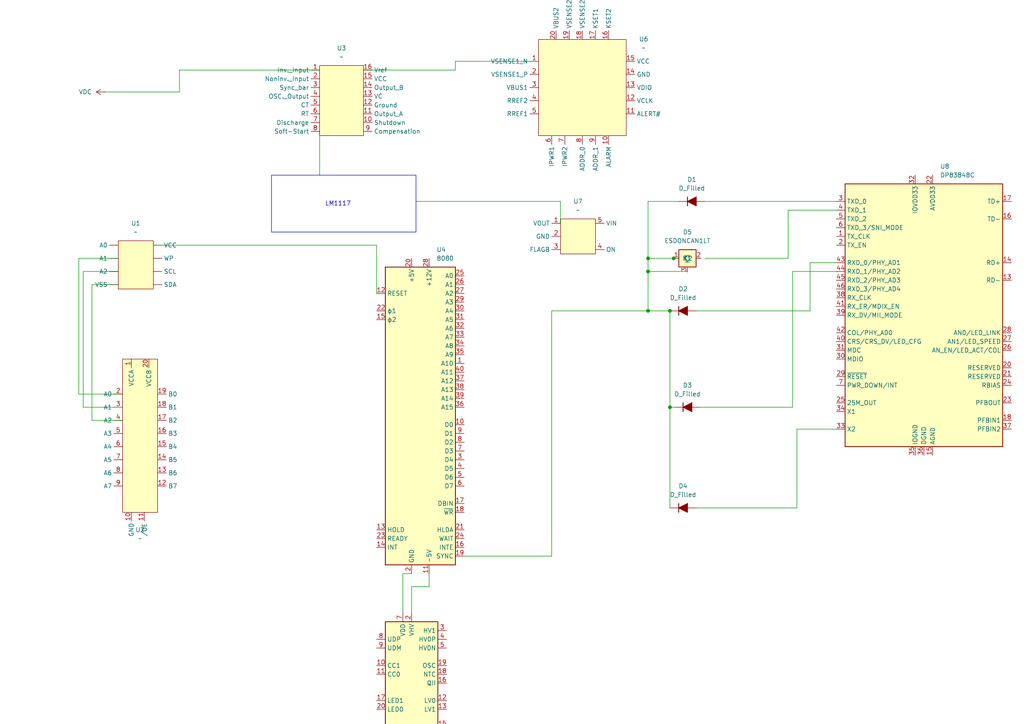
<source format=kicad_sch>
(kicad_sch
	(version 20250114)
	(generator "eeschema")
	(generator_version "9.0")
	(uuid "03a544f2-ddc8-4e3c-853e-dd58953a6339")
	(paper "A4")
	(lib_symbols
		(symbol "Device:D_Filled"
			(pin_numbers
				(hide yes)
			)
			(pin_names
				(offset 1.016)
				(hide yes)
			)
			(exclude_from_sim no)
			(in_bom yes)
			(on_board yes)
			(property "Reference" "D"
				(at 0 2.54 0)
				(effects
					(font
						(size 1.27 1.27)
					)
				)
			)
			(property "Value" "D_Filled"
				(at 0 -2.54 0)
				(effects
					(font
						(size 1.27 1.27)
					)
				)
			)
			(property "Footprint" ""
				(at 0 0 0)
				(effects
					(font
						(size 1.27 1.27)
					)
					(hide yes)
				)
			)
			(property "Datasheet" "~"
				(at 0 0 0)
				(effects
					(font
						(size 1.27 1.27)
					)
					(hide yes)
				)
			)
			(property "Description" "Diode, filled shape"
				(at 0 0 0)
				(effects
					(font
						(size 1.27 1.27)
					)
					(hide yes)
				)
			)
			(property "Sim.Device" "D"
				(at 0 0 0)
				(effects
					(font
						(size 1.27 1.27)
					)
					(hide yes)
				)
			)
			(property "Sim.Pins" "1=K 2=A"
				(at 0 0 0)
				(effects
					(font
						(size 1.27 1.27)
					)
					(hide yes)
				)
			)
			(property "ki_keywords" "diode"
				(at 0 0 0)
				(effects
					(font
						(size 1.27 1.27)
					)
					(hide yes)
				)
			)
			(property "ki_fp_filters" "TO-???* *_Diode_* *SingleDiode* D_*"
				(at 0 0 0)
				(effects
					(font
						(size 1.27 1.27)
					)
					(hide yes)
				)
			)
			(symbol "D_Filled_0_1"
				(polyline
					(pts
						(xy -1.27 1.27) (xy -1.27 -1.27)
					)
					(stroke
						(width 0.254)
						(type default)
					)
					(fill
						(type none)
					)
				)
				(polyline
					(pts
						(xy 1.27 1.27) (xy 1.27 -1.27) (xy -1.27 0) (xy 1.27 1.27)
					)
					(stroke
						(width 0.254)
						(type default)
					)
					(fill
						(type outline)
					)
				)
				(polyline
					(pts
						(xy 1.27 0) (xy -1.27 0)
					)
					(stroke
						(width 0)
						(type default)
					)
					(fill
						(type none)
					)
				)
			)
			(symbol "D_Filled_1_1"
				(pin passive line
					(at -3.81 0 0)
					(length 2.54)
					(name "K"
						(effects
							(font
								(size 1.27 1.27)
							)
						)
					)
					(number "1"
						(effects
							(font
								(size 1.27 1.27)
							)
						)
					)
				)
				(pin passive line
					(at 3.81 0 180)
					(length 2.54)
					(name "A"
						(effects
							(font
								(size 1.27 1.27)
							)
						)
					)
					(number "2"
						(effects
							(font
								(size 1.27 1.27)
							)
						)
					)
				)
			)
			(embedded_fonts no)
		)
		(symbol "Interface_Ethernet:DP83848C"
			(exclude_from_sim no)
			(in_bom yes)
			(on_board yes)
			(property "Reference" "U"
				(at -21.59 39.37 0)
				(effects
					(font
						(size 1.27 1.27)
					)
					(justify left)
				)
			)
			(property "Value" "DP83848C"
				(at 12.7 39.37 0)
				(effects
					(font
						(size 1.27 1.27)
					)
					(justify left)
				)
			)
			(property "Footprint" "Package_QFP:LQFP-48_7x7mm_P0.5mm"
				(at 25.4 -39.37 0)
				(effects
					(font
						(size 1.27 1.27)
						(italic yes)
					)
					(hide yes)
				)
			)
			(property "Datasheet" "http://www.ti.com/lit/ds/symlink/dp83848c.pdf"
				(at 0 0 0)
				(effects
					(font
						(size 1.27 1.27)
					)
					(hide yes)
				)
			)
			(property "Description" "MII/RMII Single 10/100Mbps Ethernet Physical Layer Transceiver, LQFP-48"
				(at 0 0 0)
				(effects
					(font
						(size 1.27 1.27)
					)
					(hide yes)
				)
			)
			(property "ki_keywords" "Ethernet PHY MII RMII 10/100Mpbs"
				(at 0 0 0)
				(effects
					(font
						(size 1.27 1.27)
					)
					(hide yes)
				)
			)
			(property "ki_fp_filters" "LQFP*7x7mm*P0.5mm*"
				(at 0 0 0)
				(effects
					(font
						(size 1.27 1.27)
					)
					(hide yes)
				)
			)
			(symbol "DP83848C_0_1"
				(rectangle
					(start -22.86 38.1)
					(end 22.86 -38.1)
					(stroke
						(width 0.254)
						(type default)
					)
					(fill
						(type background)
					)
				)
			)
			(symbol "DP83848C_1_1"
				(pin input line
					(at -25.4 33.02 0)
					(length 2.54)
					(name "TXD_0"
						(effects
							(font
								(size 1.27 1.27)
							)
						)
					)
					(number "3"
						(effects
							(font
								(size 1.27 1.27)
							)
						)
					)
				)
				(pin input line
					(at -25.4 30.48 0)
					(length 2.54)
					(name "TXD_1"
						(effects
							(font
								(size 1.27 1.27)
							)
						)
					)
					(number "4"
						(effects
							(font
								(size 1.27 1.27)
							)
						)
					)
				)
				(pin input line
					(at -25.4 27.94 0)
					(length 2.54)
					(name "TXD_2"
						(effects
							(font
								(size 1.27 1.27)
							)
						)
					)
					(number "5"
						(effects
							(font
								(size 1.27 1.27)
							)
						)
					)
				)
				(pin input line
					(at -25.4 25.4 0)
					(length 2.54)
					(name "TXD_3/SNI_MODE"
						(effects
							(font
								(size 1.27 1.27)
							)
						)
					)
					(number "6"
						(effects
							(font
								(size 1.27 1.27)
							)
						)
					)
				)
				(pin output line
					(at -25.4 22.86 0)
					(length 2.54)
					(name "TX_CLK"
						(effects
							(font
								(size 1.27 1.27)
							)
						)
					)
					(number "1"
						(effects
							(font
								(size 1.27 1.27)
							)
						)
					)
				)
				(pin input line
					(at -25.4 20.32 0)
					(length 2.54)
					(name "TX_EN"
						(effects
							(font
								(size 1.27 1.27)
							)
						)
					)
					(number "2"
						(effects
							(font
								(size 1.27 1.27)
							)
						)
					)
				)
				(pin output line
					(at -25.4 15.24 0)
					(length 2.54)
					(name "RXD_0/PHY_AD1"
						(effects
							(font
								(size 1.27 1.27)
							)
						)
					)
					(number "43"
						(effects
							(font
								(size 1.27 1.27)
							)
						)
					)
				)
				(pin output line
					(at -25.4 12.7 0)
					(length 2.54)
					(name "RXD_1/PHY_AD2"
						(effects
							(font
								(size 1.27 1.27)
							)
						)
					)
					(number "44"
						(effects
							(font
								(size 1.27 1.27)
							)
						)
					)
				)
				(pin output line
					(at -25.4 10.16 0)
					(length 2.54)
					(name "RXD_2/PHY_AD3"
						(effects
							(font
								(size 1.27 1.27)
							)
						)
					)
					(number "45"
						(effects
							(font
								(size 1.27 1.27)
							)
						)
					)
				)
				(pin output line
					(at -25.4 7.62 0)
					(length 2.54)
					(name "RXD_3/PHY_AD4"
						(effects
							(font
								(size 1.27 1.27)
							)
						)
					)
					(number "46"
						(effects
							(font
								(size 1.27 1.27)
							)
						)
					)
				)
				(pin output line
					(at -25.4 5.08 0)
					(length 2.54)
					(name "RX_CLK"
						(effects
							(font
								(size 1.27 1.27)
							)
						)
					)
					(number "38"
						(effects
							(font
								(size 1.27 1.27)
							)
						)
					)
				)
				(pin output line
					(at -25.4 2.54 0)
					(length 2.54)
					(name "RX_ER/MDIX_EN"
						(effects
							(font
								(size 1.27 1.27)
							)
						)
					)
					(number "41"
						(effects
							(font
								(size 1.27 1.27)
							)
						)
					)
				)
				(pin output line
					(at -25.4 0 0)
					(length 2.54)
					(name "RX_DV/MII_MODE"
						(effects
							(font
								(size 1.27 1.27)
							)
						)
					)
					(number "39"
						(effects
							(font
								(size 1.27 1.27)
							)
						)
					)
				)
				(pin output line
					(at -25.4 -5.08 0)
					(length 2.54)
					(name "COL/PHY_AD0"
						(effects
							(font
								(size 1.27 1.27)
							)
						)
					)
					(number "42"
						(effects
							(font
								(size 1.27 1.27)
							)
						)
					)
				)
				(pin output line
					(at -25.4 -7.62 0)
					(length 2.54)
					(name "CRS/CRS_DV/LED_CFG"
						(effects
							(font
								(size 1.27 1.27)
							)
						)
					)
					(number "40"
						(effects
							(font
								(size 1.27 1.27)
							)
						)
					)
				)
				(pin input line
					(at -25.4 -10.16 0)
					(length 2.54)
					(name "MDC"
						(effects
							(font
								(size 1.27 1.27)
							)
						)
					)
					(number "31"
						(effects
							(font
								(size 1.27 1.27)
							)
						)
					)
				)
				(pin bidirectional line
					(at -25.4 -12.7 0)
					(length 2.54)
					(name "MDIO"
						(effects
							(font
								(size 1.27 1.27)
							)
						)
					)
					(number "30"
						(effects
							(font
								(size 1.27 1.27)
							)
						)
					)
				)
				(pin input line
					(at -25.4 -17.78 0)
					(length 2.54)
					(name "~{RESET}"
						(effects
							(font
								(size 1.27 1.27)
							)
						)
					)
					(number "29"
						(effects
							(font
								(size 1.27 1.27)
							)
						)
					)
				)
				(pin input line
					(at -25.4 -20.32 0)
					(length 2.54)
					(name "PWR_DOWN/INT"
						(effects
							(font
								(size 1.27 1.27)
							)
						)
					)
					(number "7"
						(effects
							(font
								(size 1.27 1.27)
							)
						)
					)
				)
				(pin output line
					(at -25.4 -25.4 0)
					(length 2.54)
					(name "25M_OUT"
						(effects
							(font
								(size 1.27 1.27)
							)
						)
					)
					(number "25"
						(effects
							(font
								(size 1.27 1.27)
							)
						)
					)
				)
				(pin input line
					(at -25.4 -27.94 0)
					(length 2.54)
					(name "X1"
						(effects
							(font
								(size 1.27 1.27)
							)
						)
					)
					(number "34"
						(effects
							(font
								(size 1.27 1.27)
							)
						)
					)
				)
				(pin output line
					(at -25.4 -33.02 0)
					(length 2.54)
					(name "X2"
						(effects
							(font
								(size 1.27 1.27)
							)
						)
					)
					(number "33"
						(effects
							(font
								(size 1.27 1.27)
							)
						)
					)
				)
				(pin power_in line
					(at -2.54 40.64 270)
					(length 2.54)
					(name "IOVDD33"
						(effects
							(font
								(size 1.27 1.27)
							)
						)
					)
					(number "32"
						(effects
							(font
								(size 1.27 1.27)
							)
						)
					)
				)
				(pin passive line
					(at -2.54 40.64 270)
					(length 2.54)
					(hide yes)
					(name "IOVDD33"
						(effects
							(font
								(size 1.27 1.27)
							)
						)
					)
					(number "48"
						(effects
							(font
								(size 1.27 1.27)
							)
						)
					)
				)
				(pin power_in line
					(at -2.54 -40.64 90)
					(length 2.54)
					(name "IOGND"
						(effects
							(font
								(size 1.27 1.27)
							)
						)
					)
					(number "35"
						(effects
							(font
								(size 1.27 1.27)
							)
						)
					)
				)
				(pin passive line
					(at -2.54 -40.64 90)
					(length 2.54)
					(hide yes)
					(name "IOGND"
						(effects
							(font
								(size 1.27 1.27)
							)
						)
					)
					(number "47"
						(effects
							(font
								(size 1.27 1.27)
							)
						)
					)
				)
				(pin power_in line
					(at 0 -40.64 90)
					(length 2.54)
					(name "DGND"
						(effects
							(font
								(size 1.27 1.27)
							)
						)
					)
					(number "36"
						(effects
							(font
								(size 1.27 1.27)
							)
						)
					)
				)
				(pin power_in line
					(at 2.54 40.64 270)
					(length 2.54)
					(name "AVDD33"
						(effects
							(font
								(size 1.27 1.27)
							)
						)
					)
					(number "22"
						(effects
							(font
								(size 1.27 1.27)
							)
						)
					)
				)
				(pin power_in line
					(at 2.54 -40.64 90)
					(length 2.54)
					(name "AGND"
						(effects
							(font
								(size 1.27 1.27)
							)
						)
					)
					(number "15"
						(effects
							(font
								(size 1.27 1.27)
							)
						)
					)
				)
				(pin passive line
					(at 2.54 -40.64 90)
					(length 2.54)
					(hide yes)
					(name "AGND"
						(effects
							(font
								(size 1.27 1.27)
							)
						)
					)
					(number "19"
						(effects
							(font
								(size 1.27 1.27)
							)
						)
					)
				)
				(pin passive line
					(at 25.4 33.02 180)
					(length 2.54)
					(name "TD+"
						(effects
							(font
								(size 1.27 1.27)
							)
						)
					)
					(number "17"
						(effects
							(font
								(size 1.27 1.27)
							)
						)
					)
				)
				(pin passive line
					(at 25.4 27.94 180)
					(length 2.54)
					(name "TD-"
						(effects
							(font
								(size 1.27 1.27)
							)
						)
					)
					(number "16"
						(effects
							(font
								(size 1.27 1.27)
							)
						)
					)
				)
				(pin passive line
					(at 25.4 15.24 180)
					(length 2.54)
					(name "RD+"
						(effects
							(font
								(size 1.27 1.27)
							)
						)
					)
					(number "14"
						(effects
							(font
								(size 1.27 1.27)
							)
						)
					)
				)
				(pin passive line
					(at 25.4 10.16 180)
					(length 2.54)
					(name "RD-"
						(effects
							(font
								(size 1.27 1.27)
							)
						)
					)
					(number "13"
						(effects
							(font
								(size 1.27 1.27)
							)
						)
					)
				)
				(pin output line
					(at 25.4 -5.08 180)
					(length 2.54)
					(name "AN0/LED_LINK"
						(effects
							(font
								(size 1.27 1.27)
							)
						)
					)
					(number "28"
						(effects
							(font
								(size 1.27 1.27)
							)
						)
					)
				)
				(pin output line
					(at 25.4 -7.62 180)
					(length 2.54)
					(name "AN1/LED_SPEED"
						(effects
							(font
								(size 1.27 1.27)
							)
						)
					)
					(number "27"
						(effects
							(font
								(size 1.27 1.27)
							)
						)
					)
				)
				(pin output line
					(at 25.4 -10.16 180)
					(length 2.54)
					(name "AN_EN/LED_ACT/COL"
						(effects
							(font
								(size 1.27 1.27)
							)
						)
					)
					(number "26"
						(effects
							(font
								(size 1.27 1.27)
							)
						)
					)
				)
				(pin passive line
					(at 25.4 -15.24 180)
					(length 2.54)
					(name "RESERVED"
						(effects
							(font
								(size 1.27 1.27)
							)
						)
					)
					(number "20"
						(effects
							(font
								(size 1.27 1.27)
							)
						)
					)
				)
				(pin passive line
					(at 25.4 -17.78 180)
					(length 2.54)
					(name "RESERVED"
						(effects
							(font
								(size 1.27 1.27)
							)
						)
					)
					(number "21"
						(effects
							(font
								(size 1.27 1.27)
							)
						)
					)
				)
				(pin passive line
					(at 25.4 -20.32 180)
					(length 2.54)
					(name "RBIAS"
						(effects
							(font
								(size 1.27 1.27)
							)
						)
					)
					(number "24"
						(effects
							(font
								(size 1.27 1.27)
							)
						)
					)
				)
				(pin passive line
					(at 25.4 -25.4 180)
					(length 2.54)
					(name "PFBOUT"
						(effects
							(font
								(size 1.27 1.27)
							)
						)
					)
					(number "23"
						(effects
							(font
								(size 1.27 1.27)
							)
						)
					)
				)
				(pin passive line
					(at 25.4 -30.48 180)
					(length 2.54)
					(name "PFBIN1"
						(effects
							(font
								(size 1.27 1.27)
							)
						)
					)
					(number "18"
						(effects
							(font
								(size 1.27 1.27)
							)
						)
					)
				)
				(pin passive line
					(at 25.4 -33.02 180)
					(length 2.54)
					(name "PFBIN2"
						(effects
							(font
								(size 1.27 1.27)
							)
						)
					)
					(number "37"
						(effects
							(font
								(size 1.27 1.27)
							)
						)
					)
				)
			)
			(embedded_fonts no)
		)
		(symbol "Interface_USB:CH246D"
			(exclude_from_sim no)
			(in_bom yes)
			(on_board yes)
			(property "Reference" "U"
				(at -5.08 20.32 0)
				(effects
					(font
						(size 1.27 1.27)
					)
					(justify right)
				)
			)
			(property "Value" "CH246D"
				(at 5.08 20.32 0)
				(effects
					(font
						(size 1.27 1.27)
					)
					(justify left)
				)
			)
			(property "Footprint" "Package_DFN_QFN:QFN-20-1EP_3x3mm_P0.4mm_EP1.65x1.65mm"
				(at 2.54 -20.32 0)
				(effects
					(font
						(size 1.27 1.27)
					)
					(justify left)
					(hide yes)
				)
			)
			(property "Datasheet" "https://wch-ic.com/downloads/file/307.html"
				(at -2.54 33.02 0)
				(effects
					(font
						(size 1.27 1.27)
					)
					(hide yes)
				)
			)
			(property "Description" "USB QII wireless charging interface PD2.0, BC1.2, QII 5W, 7.5W, 10W, 15W, QFN-20"
				(at 0 0 0)
				(effects
					(font
						(size 1.27 1.27)
					)
					(hide yes)
				)
			)
			(property "ki_keywords" "USB PD QII"
				(at 0 0 0)
				(effects
					(font
						(size 1.27 1.27)
					)
					(hide yes)
				)
			)
			(property "ki_fp_filters" "QFN*3x3mm*P0.4mm*"
				(at 0 0 0)
				(effects
					(font
						(size 1.27 1.27)
					)
					(hide yes)
				)
			)
			(symbol "CH246D_0_1"
				(rectangle
					(start -7.62 17.78)
					(end 7.62 -17.78)
					(stroke
						(width 0.254)
						(type default)
					)
					(fill
						(type background)
					)
				)
			)
			(symbol "CH246D_1_1"
				(pin bidirectional line
					(at -10.16 12.7 0)
					(length 2.54)
					(name "UDP"
						(effects
							(font
								(size 1.27 1.27)
							)
						)
					)
					(number "8"
						(effects
							(font
								(size 1.27 1.27)
							)
						)
					)
				)
				(pin bidirectional line
					(at -10.16 10.16 0)
					(length 2.54)
					(name "UDM"
						(effects
							(font
								(size 1.27 1.27)
							)
						)
					)
					(number "9"
						(effects
							(font
								(size 1.27 1.27)
							)
						)
					)
				)
				(pin bidirectional line
					(at -10.16 5.08 0)
					(length 2.54)
					(name "CC1"
						(effects
							(font
								(size 1.27 1.27)
							)
						)
					)
					(number "10"
						(effects
							(font
								(size 1.27 1.27)
							)
						)
					)
				)
				(pin bidirectional line
					(at -10.16 2.54 0)
					(length 2.54)
					(name "CC0"
						(effects
							(font
								(size 1.27 1.27)
							)
						)
					)
					(number "11"
						(effects
							(font
								(size 1.27 1.27)
							)
						)
					)
				)
				(pin open_emitter line
					(at -10.16 -5.08 0)
					(length 2.54)
					(name "LED1"
						(effects
							(font
								(size 1.27 1.27)
							)
						)
					)
					(number "17"
						(effects
							(font
								(size 1.27 1.27)
							)
						)
					)
				)
				(pin output line
					(at -10.16 -7.62 0)
					(length 2.54)
					(name "LED0"
						(effects
							(font
								(size 1.27 1.27)
							)
						)
					)
					(number "20"
						(effects
							(font
								(size 1.27 1.27)
							)
						)
					)
				)
				(pin no_connect line
					(at -7.62 -12.7 0)
					(length 2.54)
					(hide yes)
					(name "NC"
						(effects
							(font
								(size 1.27 1.27)
							)
						)
					)
					(number "1"
						(effects
							(font
								(size 1.27 1.27)
							)
						)
					)
				)
				(pin no_connect line
					(at -7.62 -15.24 0)
					(length 2.54)
					(hide yes)
					(name "NC"
						(effects
							(font
								(size 1.27 1.27)
							)
						)
					)
					(number "6"
						(effects
							(font
								(size 1.27 1.27)
							)
						)
					)
				)
				(pin power_in line
					(at -2.54 20.32 270)
					(length 2.54)
					(name "VDD"
						(effects
							(font
								(size 1.27 1.27)
							)
						)
					)
					(number "7"
						(effects
							(font
								(size 1.27 1.27)
							)
						)
					)
				)
				(pin power_in line
					(at 0 20.32 270)
					(length 2.54)
					(name "VHV"
						(effects
							(font
								(size 1.27 1.27)
							)
						)
					)
					(number "2"
						(effects
							(font
								(size 1.27 1.27)
							)
						)
					)
				)
				(pin power_in line
					(at 0 -20.32 90)
					(length 2.54)
					(name "GND"
						(effects
							(font
								(size 1.27 1.27)
							)
						)
					)
					(number "0"
						(effects
							(font
								(size 1.27 1.27)
							)
						)
					)
				)
				(pin output line
					(at 10.16 15.24 180)
					(length 2.54)
					(name "HV1"
						(effects
							(font
								(size 1.27 1.27)
							)
						)
					)
					(number "3"
						(effects
							(font
								(size 1.27 1.27)
							)
						)
					)
				)
				(pin output line
					(at 10.16 12.7 180)
					(length 2.54)
					(name "HV0P"
						(effects
							(font
								(size 1.27 1.27)
							)
						)
					)
					(number "4"
						(effects
							(font
								(size 1.27 1.27)
							)
						)
					)
				)
				(pin output line
					(at 10.16 10.16 180)
					(length 2.54)
					(name "HV0N"
						(effects
							(font
								(size 1.27 1.27)
							)
						)
					)
					(number "5"
						(effects
							(font
								(size 1.27 1.27)
							)
						)
					)
				)
				(pin input line
					(at 10.16 5.08 180)
					(length 2.54)
					(name "OSC"
						(effects
							(font
								(size 1.27 1.27)
							)
						)
					)
					(number "19"
						(effects
							(font
								(size 1.27 1.27)
							)
						)
					)
				)
				(pin input line
					(at 10.16 2.54 180)
					(length 2.54)
					(name "NTC"
						(effects
							(font
								(size 1.27 1.27)
							)
						)
					)
					(number "18"
						(effects
							(font
								(size 1.27 1.27)
							)
						)
					)
				)
				(pin input line
					(at 10.16 0 180)
					(length 2.54)
					(name "QII"
						(effects
							(font
								(size 1.27 1.27)
							)
						)
					)
					(number "16"
						(effects
							(font
								(size 1.27 1.27)
							)
						)
					)
				)
				(pin output line
					(at 10.16 -5.08 180)
					(length 2.54)
					(name "LV0"
						(effects
							(font
								(size 1.27 1.27)
							)
						)
					)
					(number "12"
						(effects
							(font
								(size 1.27 1.27)
							)
						)
					)
				)
				(pin output line
					(at 10.16 -7.62 180)
					(length 2.54)
					(name "LV1"
						(effects
							(font
								(size 1.27 1.27)
							)
						)
					)
					(number "13"
						(effects
							(font
								(size 1.27 1.27)
							)
						)
					)
				)
				(pin passive line
					(at 10.16 -12.7 180)
					(length 2.54)
					(name "IS-"
						(effects
							(font
								(size 1.27 1.27)
							)
						)
					)
					(number "15"
						(effects
							(font
								(size 1.27 1.27)
							)
						)
					)
				)
				(pin passive line
					(at 10.16 -15.24 180)
					(length 2.54)
					(name "IS+"
						(effects
							(font
								(size 1.27 1.27)
							)
						)
					)
					(number "14"
						(effects
							(font
								(size 1.27 1.27)
							)
						)
					)
				)
			)
			(embedded_fonts no)
		)
		(symbol "MCU_Intel:8080"
			(exclude_from_sim no)
			(in_bom yes)
			(on_board yes)
			(property "Reference" "U"
				(at -7.62 44.45 0)
				(effects
					(font
						(size 1.27 1.27)
					)
				)
			)
			(property "Value" "8080"
				(at 7.62 44.45 0)
				(effects
					(font
						(size 1.27 1.27)
					)
				)
			)
			(property "Footprint" "Package_DIP:DIP-40_W15.24mm"
				(at 0 15.24 0)
				(effects
					(font
						(size 1.27 1.27)
					)
					(hide yes)
				)
			)
			(property "Datasheet" "http://datasheets.chipdb.org/Intel/MCS-80/intel-8080.pdf"
				(at 0 15.24 0)
				(effects
					(font
						(size 1.27 1.27)
					)
					(hide yes)
				)
			)
			(property "Description" "8-bit N-channel Microprocessor, DIP-40"
				(at 0 0 0)
				(effects
					(font
						(size 1.27 1.27)
					)
					(hide yes)
				)
			)
			(property "ki_keywords" "cpu mpu microprocessor"
				(at 0 0 0)
				(effects
					(font
						(size 1.27 1.27)
					)
					(hide yes)
				)
			)
			(property "ki_fp_filters" "DIP*W15.24*"
				(at 0 0 0)
				(effects
					(font
						(size 1.27 1.27)
					)
					(hide yes)
				)
			)
			(symbol "8080_0_1"
				(rectangle
					(start -10.16 43.18)
					(end 10.16 -43.18)
					(stroke
						(width 0.254)
						(type default)
					)
					(fill
						(type background)
					)
				)
			)
			(symbol "8080_1_1"
				(pin input line
					(at -12.7 35.56 0)
					(length 2.54)
					(name "RESET"
						(effects
							(font
								(size 1.27 1.27)
							)
						)
					)
					(number "12"
						(effects
							(font
								(size 1.27 1.27)
							)
						)
					)
				)
				(pin input line
					(at -12.7 30.48 0)
					(length 2.54)
					(name "ϕ1"
						(effects
							(font
								(size 1.27 1.27)
							)
						)
					)
					(number "22"
						(effects
							(font
								(size 1.27 1.27)
							)
						)
					)
				)
				(pin input line
					(at -12.7 27.94 0)
					(length 2.54)
					(name "ϕ2"
						(effects
							(font
								(size 1.27 1.27)
							)
						)
					)
					(number "15"
						(effects
							(font
								(size 1.27 1.27)
							)
						)
					)
				)
				(pin input line
					(at -12.7 -33.02 0)
					(length 2.54)
					(name "HOLD"
						(effects
							(font
								(size 1.27 1.27)
							)
						)
					)
					(number "13"
						(effects
							(font
								(size 1.27 1.27)
							)
						)
					)
				)
				(pin input line
					(at -12.7 -35.56 0)
					(length 2.54)
					(name "READY"
						(effects
							(font
								(size 1.27 1.27)
							)
						)
					)
					(number "23"
						(effects
							(font
								(size 1.27 1.27)
							)
						)
					)
				)
				(pin input line
					(at -12.7 -38.1 0)
					(length 2.54)
					(name "INT"
						(effects
							(font
								(size 1.27 1.27)
							)
						)
					)
					(number "14"
						(effects
							(font
								(size 1.27 1.27)
							)
						)
					)
				)
				(pin power_in line
					(at -2.54 45.72 270)
					(length 2.54)
					(name "+5V"
						(effects
							(font
								(size 1.27 1.27)
							)
						)
					)
					(number "20"
						(effects
							(font
								(size 1.27 1.27)
							)
						)
					)
				)
				(pin power_in line
					(at -2.54 -45.72 90)
					(length 2.54)
					(name "GND"
						(effects
							(font
								(size 1.27 1.27)
							)
						)
					)
					(number "2"
						(effects
							(font
								(size 1.27 1.27)
							)
						)
					)
				)
				(pin power_in line
					(at 2.54 45.72 270)
					(length 2.54)
					(name "+12V"
						(effects
							(font
								(size 1.27 1.27)
							)
						)
					)
					(number "28"
						(effects
							(font
								(size 1.27 1.27)
							)
						)
					)
				)
				(pin power_in line
					(at 2.54 -45.72 90)
					(length 2.54)
					(name "-5V"
						(effects
							(font
								(size 1.27 1.27)
							)
						)
					)
					(number "11"
						(effects
							(font
								(size 1.27 1.27)
							)
						)
					)
				)
				(pin output line
					(at 12.7 40.64 180)
					(length 2.54)
					(name "A0"
						(effects
							(font
								(size 1.27 1.27)
							)
						)
					)
					(number "25"
						(effects
							(font
								(size 1.27 1.27)
							)
						)
					)
				)
				(pin output line
					(at 12.7 38.1 180)
					(length 2.54)
					(name "A1"
						(effects
							(font
								(size 1.27 1.27)
							)
						)
					)
					(number "26"
						(effects
							(font
								(size 1.27 1.27)
							)
						)
					)
				)
				(pin output line
					(at 12.7 35.56 180)
					(length 2.54)
					(name "A2"
						(effects
							(font
								(size 1.27 1.27)
							)
						)
					)
					(number "27"
						(effects
							(font
								(size 1.27 1.27)
							)
						)
					)
				)
				(pin output line
					(at 12.7 33.02 180)
					(length 2.54)
					(name "A3"
						(effects
							(font
								(size 1.27 1.27)
							)
						)
					)
					(number "29"
						(effects
							(font
								(size 1.27 1.27)
							)
						)
					)
				)
				(pin output line
					(at 12.7 30.48 180)
					(length 2.54)
					(name "A4"
						(effects
							(font
								(size 1.27 1.27)
							)
						)
					)
					(number "30"
						(effects
							(font
								(size 1.27 1.27)
							)
						)
					)
				)
				(pin output line
					(at 12.7 27.94 180)
					(length 2.54)
					(name "A5"
						(effects
							(font
								(size 1.27 1.27)
							)
						)
					)
					(number "31"
						(effects
							(font
								(size 1.27 1.27)
							)
						)
					)
				)
				(pin output line
					(at 12.7 25.4 180)
					(length 2.54)
					(name "A6"
						(effects
							(font
								(size 1.27 1.27)
							)
						)
					)
					(number "32"
						(effects
							(font
								(size 1.27 1.27)
							)
						)
					)
				)
				(pin output line
					(at 12.7 22.86 180)
					(length 2.54)
					(name "A7"
						(effects
							(font
								(size 1.27 1.27)
							)
						)
					)
					(number "33"
						(effects
							(font
								(size 1.27 1.27)
							)
						)
					)
				)
				(pin output line
					(at 12.7 20.32 180)
					(length 2.54)
					(name "A8"
						(effects
							(font
								(size 1.27 1.27)
							)
						)
					)
					(number "34"
						(effects
							(font
								(size 1.27 1.27)
							)
						)
					)
				)
				(pin output line
					(at 12.7 17.78 180)
					(length 2.54)
					(name "A9"
						(effects
							(font
								(size 1.27 1.27)
							)
						)
					)
					(number "35"
						(effects
							(font
								(size 1.27 1.27)
							)
						)
					)
				)
				(pin output line
					(at 12.7 15.24 180)
					(length 2.54)
					(name "A10"
						(effects
							(font
								(size 1.27 1.27)
							)
						)
					)
					(number "1"
						(effects
							(font
								(size 1.27 1.27)
							)
						)
					)
				)
				(pin output line
					(at 12.7 12.7 180)
					(length 2.54)
					(name "A11"
						(effects
							(font
								(size 1.27 1.27)
							)
						)
					)
					(number "40"
						(effects
							(font
								(size 1.27 1.27)
							)
						)
					)
				)
				(pin output line
					(at 12.7 10.16 180)
					(length 2.54)
					(name "A12"
						(effects
							(font
								(size 1.27 1.27)
							)
						)
					)
					(number "37"
						(effects
							(font
								(size 1.27 1.27)
							)
						)
					)
				)
				(pin output line
					(at 12.7 7.62 180)
					(length 2.54)
					(name "A13"
						(effects
							(font
								(size 1.27 1.27)
							)
						)
					)
					(number "38"
						(effects
							(font
								(size 1.27 1.27)
							)
						)
					)
				)
				(pin output line
					(at 12.7 5.08 180)
					(length 2.54)
					(name "A14"
						(effects
							(font
								(size 1.27 1.27)
							)
						)
					)
					(number "39"
						(effects
							(font
								(size 1.27 1.27)
							)
						)
					)
				)
				(pin output line
					(at 12.7 2.54 180)
					(length 2.54)
					(name "A15"
						(effects
							(font
								(size 1.27 1.27)
							)
						)
					)
					(number "36"
						(effects
							(font
								(size 1.27 1.27)
							)
						)
					)
				)
				(pin bidirectional line
					(at 12.7 -2.54 180)
					(length 2.54)
					(name "D0"
						(effects
							(font
								(size 1.27 1.27)
							)
						)
					)
					(number "10"
						(effects
							(font
								(size 1.27 1.27)
							)
						)
					)
				)
				(pin bidirectional line
					(at 12.7 -5.08 180)
					(length 2.54)
					(name "D1"
						(effects
							(font
								(size 1.27 1.27)
							)
						)
					)
					(number "9"
						(effects
							(font
								(size 1.27 1.27)
							)
						)
					)
				)
				(pin bidirectional line
					(at 12.7 -7.62 180)
					(length 2.54)
					(name "D2"
						(effects
							(font
								(size 1.27 1.27)
							)
						)
					)
					(number "8"
						(effects
							(font
								(size 1.27 1.27)
							)
						)
					)
				)
				(pin bidirectional line
					(at 12.7 -10.16 180)
					(length 2.54)
					(name "D3"
						(effects
							(font
								(size 1.27 1.27)
							)
						)
					)
					(number "7"
						(effects
							(font
								(size 1.27 1.27)
							)
						)
					)
				)
				(pin bidirectional line
					(at 12.7 -12.7 180)
					(length 2.54)
					(name "D4"
						(effects
							(font
								(size 1.27 1.27)
							)
						)
					)
					(number "3"
						(effects
							(font
								(size 1.27 1.27)
							)
						)
					)
				)
				(pin bidirectional line
					(at 12.7 -15.24 180)
					(length 2.54)
					(name "D5"
						(effects
							(font
								(size 1.27 1.27)
							)
						)
					)
					(number "4"
						(effects
							(font
								(size 1.27 1.27)
							)
						)
					)
				)
				(pin bidirectional line
					(at 12.7 -17.78 180)
					(length 2.54)
					(name "D6"
						(effects
							(font
								(size 1.27 1.27)
							)
						)
					)
					(number "5"
						(effects
							(font
								(size 1.27 1.27)
							)
						)
					)
				)
				(pin bidirectional line
					(at 12.7 -20.32 180)
					(length 2.54)
					(name "D7"
						(effects
							(font
								(size 1.27 1.27)
							)
						)
					)
					(number "6"
						(effects
							(font
								(size 1.27 1.27)
							)
						)
					)
				)
				(pin output line
					(at 12.7 -25.4 180)
					(length 2.54)
					(name "DBIN"
						(effects
							(font
								(size 1.27 1.27)
							)
						)
					)
					(number "17"
						(effects
							(font
								(size 1.27 1.27)
							)
						)
					)
				)
				(pin output line
					(at 12.7 -27.94 180)
					(length 2.54)
					(name "~{WR}"
						(effects
							(font
								(size 1.27 1.27)
							)
						)
					)
					(number "18"
						(effects
							(font
								(size 1.27 1.27)
							)
						)
					)
				)
				(pin output line
					(at 12.7 -33.02 180)
					(length 2.54)
					(name "HLDA"
						(effects
							(font
								(size 1.27 1.27)
							)
						)
					)
					(number "21"
						(effects
							(font
								(size 1.27 1.27)
							)
						)
					)
				)
				(pin output line
					(at 12.7 -35.56 180)
					(length 2.54)
					(name "WAIT"
						(effects
							(font
								(size 1.27 1.27)
							)
						)
					)
					(number "24"
						(effects
							(font
								(size 1.27 1.27)
							)
						)
					)
				)
				(pin output line
					(at 12.7 -38.1 180)
					(length 2.54)
					(name "INTE"
						(effects
							(font
								(size 1.27 1.27)
							)
						)
					)
					(number "16"
						(effects
							(font
								(size 1.27 1.27)
							)
						)
					)
				)
				(pin output line
					(at 12.7 -40.64 180)
					(length 2.54)
					(name "SYNC"
						(effects
							(font
								(size 1.27 1.27)
							)
						)
					)
					(number "19"
						(effects
							(font
								(size 1.27 1.27)
							)
						)
					)
				)
			)
			(embedded_fonts no)
		)
		(symbol "fn_components:CAT24C256"
			(exclude_from_sim no)
			(in_bom yes)
			(on_board yes)
			(property "Reference" "U"
				(at 0 0 0)
				(effects
					(font
						(size 1.27 1.27)
					)
				)
			)
			(property "Value" ""
				(at 0 0 0)
				(effects
					(font
						(size 1.27 1.27)
					)
				)
			)
			(property "Footprint" ""
				(at 0 0 0)
				(effects
					(font
						(size 1.27 1.27)
					)
					(hide yes)
				)
			)
			(property "Datasheet" ""
				(at 0 0 0)
				(effects
					(font
						(size 1.27 1.27)
					)
					(hide yes)
				)
			)
			(property "Description" ""
				(at 0 0 0)
				(effects
					(font
						(size 1.27 1.27)
					)
					(hide yes)
				)
			)
			(symbol "CAT24C256_1_1"
				(rectangle
					(start -5.08 -2.54)
					(end 5.08 -16.51)
					(stroke
						(width 0)
						(type solid)
					)
					(fill
						(type background)
					)
				)
				(pin input line
					(at -5.08 -3.81 180)
					(length 2.54)
					(name "A0"
						(effects
							(font
								(size 1.27 1.27)
							)
						)
					)
					(number ""
						(effects
							(font
								(size 1.27 1.27)
							)
						)
					)
				)
				(pin input line
					(at -5.08 -7.62 180)
					(length 2.54)
					(name "A1"
						(effects
							(font
								(size 1.27 1.27)
							)
						)
					)
					(number ""
						(effects
							(font
								(size 1.27 1.27)
							)
						)
					)
				)
				(pin input line
					(at -5.08 -11.43 180)
					(length 2.54)
					(name "A2"
						(effects
							(font
								(size 1.27 1.27)
							)
						)
					)
					(number ""
						(effects
							(font
								(size 1.27 1.27)
							)
						)
					)
				)
				(pin input line
					(at -5.08 -15.24 180)
					(length 2.54)
					(name "VSS"
						(effects
							(font
								(size 1.27 1.27)
							)
						)
					)
					(number ""
						(effects
							(font
								(size 1.27 1.27)
							)
						)
					)
				)
				(pin input line
					(at 5.08 -3.81 0)
					(length 2.54)
					(name "VCC"
						(effects
							(font
								(size 1.27 1.27)
							)
						)
					)
					(number ""
						(effects
							(font
								(size 1.27 1.27)
							)
						)
					)
				)
				(pin input line
					(at 5.08 -7.62 0)
					(length 2.54)
					(name "WP"
						(effects
							(font
								(size 1.27 1.27)
							)
						)
					)
					(number ""
						(effects
							(font
								(size 1.27 1.27)
							)
						)
					)
				)
				(pin input line
					(at 5.08 -11.43 0)
					(length 2.54)
					(name "SCL"
						(effects
							(font
								(size 1.27 1.27)
							)
						)
					)
					(number ""
						(effects
							(font
								(size 1.27 1.27)
							)
						)
					)
				)
				(pin input line
					(at 5.08 -15.24 0)
					(length 2.54)
					(name "SDA"
						(effects
							(font
								(size 1.27 1.27)
							)
						)
					)
					(number ""
						(effects
							(font
								(size 1.27 1.27)
							)
						)
					)
				)
			)
			(embedded_fonts no)
		)
		(symbol "fn_components:FPF2003"
			(exclude_from_sim no)
			(in_bom yes)
			(on_board yes)
			(property "Reference" "U"
				(at 0 0 0)
				(effects
					(font
						(size 1.27 1.27)
					)
				)
			)
			(property "Value" ""
				(at 0 0 0)
				(effects
					(font
						(size 1.27 1.27)
					)
				)
			)
			(property "Footprint" ""
				(at 0 0 0)
				(effects
					(font
						(size 1.27 1.27)
					)
					(hide yes)
				)
			)
			(property "Datasheet" ""
				(at 0 0 0)
				(effects
					(font
						(size 1.27 1.27)
					)
					(hide yes)
				)
			)
			(property "Description" ""
				(at 0 0 0)
				(effects
					(font
						(size 1.27 1.27)
					)
					(hide yes)
				)
			)
			(symbol "FPF2003_1_1"
				(rectangle
					(start -5.08 -2.54)
					(end 5.08 -12.7)
					(stroke
						(width 0)
						(type solid)
					)
					(fill
						(type background)
					)
				)
				(pin input line
					(at -5.08 -3.81 180)
					(length 2.54)
					(name "VOUT"
						(effects
							(font
								(size 1.27 1.27)
							)
						)
					)
					(number "1"
						(effects
							(font
								(size 1.27 1.27)
							)
						)
					)
				)
				(pin input line
					(at -5.08 -7.62 180)
					(length 2.54)
					(name "GND"
						(effects
							(font
								(size 1.27 1.27)
							)
						)
					)
					(number "2"
						(effects
							(font
								(size 1.27 1.27)
							)
						)
					)
				)
				(pin input line
					(at -5.08 -11.43 180)
					(length 2.54)
					(name "FLAGB"
						(effects
							(font
								(size 1.27 1.27)
							)
						)
					)
					(number "3"
						(effects
							(font
								(size 1.27 1.27)
							)
						)
					)
				)
				(pin input line
					(at 5.08 -3.81 0)
					(length 2.54)
					(name "VIN"
						(effects
							(font
								(size 1.27 1.27)
							)
						)
					)
					(number "5"
						(effects
							(font
								(size 1.27 1.27)
							)
						)
					)
				)
				(pin input line
					(at 5.08 -11.43 0)
					(length 2.54)
					(name "ON"
						(effects
							(font
								(size 1.27 1.27)
							)
						)
					)
					(number "4"
						(effects
							(font
								(size 1.27 1.27)
							)
						)
					)
				)
			)
			(embedded_fonts no)
		)
		(symbol "fn_components:FXLA108"
			(exclude_from_sim no)
			(in_bom yes)
			(on_board yes)
			(property "Reference" "U"
				(at 0 0 0)
				(effects
					(font
						(size 1.27 1.27)
					)
				)
			)
			(property "Value" ""
				(at 0 0 0)
				(effects
					(font
						(size 1.27 1.27)
					)
				)
			)
			(property "Footprint" ""
				(at 0 0 0)
				(effects
					(font
						(size 1.27 1.27)
					)
					(hide yes)
				)
			)
			(property "Datasheet" ""
				(at 0 0 0)
				(effects
					(font
						(size 1.27 1.27)
					)
					(hide yes)
				)
			)
			(property "Description" ""
				(at 0 0 0)
				(effects
					(font
						(size 1.27 1.27)
					)
					(hide yes)
				)
			)
			(symbol "FXLA108_1_1"
				(rectangle
					(start -5.08 -7.62)
					(end 5.08 -52.07)
					(stroke
						(width 0)
						(type solid)
					)
					(fill
						(type background)
					)
				)
				(pin input line
					(at -5.08 -17.78 180)
					(length 2.54)
					(name "A0"
						(effects
							(font
								(size 1.27 1.27)
							)
						)
					)
					(number "2"
						(effects
							(font
								(size 1.27 1.27)
							)
						)
					)
				)
				(pin input line
					(at -5.08 -21.59 180)
					(length 2.54)
					(name "A1"
						(effects
							(font
								(size 1.27 1.27)
							)
						)
					)
					(number "3"
						(effects
							(font
								(size 1.27 1.27)
							)
						)
					)
				)
				(pin input line
					(at -5.08 -25.4 180)
					(length 2.54)
					(name "A2"
						(effects
							(font
								(size 1.27 1.27)
							)
						)
					)
					(number "4"
						(effects
							(font
								(size 1.27 1.27)
							)
						)
					)
				)
				(pin input line
					(at -5.08 -29.21 180)
					(length 2.54)
					(name "A3"
						(effects
							(font
								(size 1.27 1.27)
							)
						)
					)
					(number "5"
						(effects
							(font
								(size 1.27 1.27)
							)
						)
					)
				)
				(pin input line
					(at -5.08 -33.02 180)
					(length 2.54)
					(name "A4"
						(effects
							(font
								(size 1.27 1.27)
							)
						)
					)
					(number "6"
						(effects
							(font
								(size 1.27 1.27)
							)
						)
					)
				)
				(pin input line
					(at -5.08 -36.83 180)
					(length 2.54)
					(name "A5"
						(effects
							(font
								(size 1.27 1.27)
							)
						)
					)
					(number "7"
						(effects
							(font
								(size 1.27 1.27)
							)
						)
					)
				)
				(pin input line
					(at -5.08 -40.64 180)
					(length 2.54)
					(name "A6"
						(effects
							(font
								(size 1.27 1.27)
							)
						)
					)
					(number "8"
						(effects
							(font
								(size 1.27 1.27)
							)
						)
					)
				)
				(pin input line
					(at -5.08 -44.45 180)
					(length 2.54)
					(name "A7"
						(effects
							(font
								(size 1.27 1.27)
							)
						)
					)
					(number "9"
						(effects
							(font
								(size 1.27 1.27)
							)
						)
					)
				)
				(pin input line
					(at -2.54 -7.62 270)
					(length 2.54)
					(name "VCCA"
						(effects
							(font
								(size 1.27 1.27)
							)
						)
					)
					(number "1"
						(effects
							(font
								(size 1.27 1.27)
							)
						)
					)
				)
				(pin input line
					(at -2.54 -52.07 270)
					(length 2.54)
					(name "GND"
						(effects
							(font
								(size 1.27 1.27)
							)
						)
					)
					(number "10"
						(effects
							(font
								(size 1.27 1.27)
							)
						)
					)
				)
				(pin input line
					(at 1.27 -52.07 270)
					(length 2.54)
					(name "/OE"
						(effects
							(font
								(size 1.27 1.27)
							)
						)
					)
					(number "11"
						(effects
							(font
								(size 1.27 1.27)
							)
						)
					)
				)
				(pin input line
					(at 2.54 -7.62 270)
					(length 2.54)
					(name "VCCB"
						(effects
							(font
								(size 1.27 1.27)
							)
						)
					)
					(number "20"
						(effects
							(font
								(size 1.27 1.27)
							)
						)
					)
				)
				(pin input line
					(at 5.08 -17.78 0)
					(length 2.54)
					(name "B0"
						(effects
							(font
								(size 1.27 1.27)
							)
						)
					)
					(number "19"
						(effects
							(font
								(size 1.27 1.27)
							)
						)
					)
				)
				(pin input line
					(at 5.08 -21.59 0)
					(length 2.54)
					(name "B1"
						(effects
							(font
								(size 1.27 1.27)
							)
						)
					)
					(number "18"
						(effects
							(font
								(size 1.27 1.27)
							)
						)
					)
				)
				(pin input line
					(at 5.08 -25.4 0)
					(length 2.54)
					(name "B2"
						(effects
							(font
								(size 1.27 1.27)
							)
						)
					)
					(number "17"
						(effects
							(font
								(size 1.27 1.27)
							)
						)
					)
				)
				(pin input line
					(at 5.08 -29.21 0)
					(length 2.54)
					(name "B3"
						(effects
							(font
								(size 1.27 1.27)
							)
						)
					)
					(number "16"
						(effects
							(font
								(size 1.27 1.27)
							)
						)
					)
				)
				(pin input line
					(at 5.08 -33.02 0)
					(length 2.54)
					(name "B4"
						(effects
							(font
								(size 1.27 1.27)
							)
						)
					)
					(number "15"
						(effects
							(font
								(size 1.27 1.27)
							)
						)
					)
				)
				(pin input line
					(at 5.08 -36.83 0)
					(length 2.54)
					(name "B5"
						(effects
							(font
								(size 1.27 1.27)
							)
						)
					)
					(number "14"
						(effects
							(font
								(size 1.27 1.27)
							)
						)
					)
				)
				(pin input line
					(at 5.08 -40.64 0)
					(length 2.54)
					(name "B6"
						(effects
							(font
								(size 1.27 1.27)
							)
						)
					)
					(number "13"
						(effects
							(font
								(size 1.27 1.27)
							)
						)
					)
				)
				(pin input line
					(at 5.08 -44.45 0)
					(length 2.54)
					(name "B7"
						(effects
							(font
								(size 1.27 1.27)
							)
						)
					)
					(number "12"
						(effects
							(font
								(size 1.27 1.27)
							)
						)
					)
				)
			)
			(embedded_fonts no)
		)
		(symbol "fn_components:NCP45496"
			(exclude_from_sim no)
			(in_bom yes)
			(on_board yes)
			(property "Reference" "U"
				(at 0 0 0)
				(effects
					(font
						(size 1.27 1.27)
					)
				)
			)
			(property "Value" ""
				(at 0 0 0)
				(effects
					(font
						(size 1.27 1.27)
					)
				)
			)
			(property "Footprint" ""
				(at 0 0 0)
				(effects
					(font
						(size 1.27 1.27)
					)
					(hide yes)
				)
			)
			(property "Datasheet" ""
				(at 0 0 0)
				(effects
					(font
						(size 1.27 1.27)
					)
					(hide yes)
				)
			)
			(property "Description" ""
				(at 0 0 0)
				(effects
					(font
						(size 1.27 1.27)
					)
					(hide yes)
				)
			)
			(symbol "NCP45496_1_1"
				(rectangle
					(start -12.7 -15.24)
					(end 12.7 -43.18)
					(stroke
						(width 0)
						(type solid)
					)
					(fill
						(type background)
					)
				)
				(pin input line
					(at -12.7 -21.59 180)
					(length 2.54)
					(name "VSENSE1_N"
						(effects
							(font
								(size 1.27 1.27)
							)
						)
					)
					(number "1"
						(effects
							(font
								(size 1.27 1.27)
							)
						)
					)
				)
				(pin input line
					(at -12.7 -25.4 180)
					(length 2.54)
					(name "VSENSE1_P"
						(effects
							(font
								(size 1.27 1.27)
							)
						)
					)
					(number "2"
						(effects
							(font
								(size 1.27 1.27)
							)
						)
					)
				)
				(pin input line
					(at -12.7 -29.21 180)
					(length 2.54)
					(name "VBUS1"
						(effects
							(font
								(size 1.27 1.27)
							)
						)
					)
					(number "3"
						(effects
							(font
								(size 1.27 1.27)
							)
						)
					)
				)
				(pin input line
					(at -12.7 -33.02 180)
					(length 2.54)
					(name "RREF2"
						(effects
							(font
								(size 1.27 1.27)
							)
						)
					)
					(number "4"
						(effects
							(font
								(size 1.27 1.27)
							)
						)
					)
				)
				(pin input line
					(at -12.7 -36.83 180)
					(length 2.54)
					(name "RREF1"
						(effects
							(font
								(size 1.27 1.27)
							)
						)
					)
					(number "5"
						(effects
							(font
								(size 1.27 1.27)
							)
						)
					)
				)
				(pin input line
					(at -8.89 -43.18 270)
					(length 2.54)
					(name "IPWR1"
						(effects
							(font
								(size 1.27 1.27)
							)
						)
					)
					(number "6"
						(effects
							(font
								(size 1.27 1.27)
							)
						)
					)
				)
				(pin input line
					(at -7.62 -15.24 90)
					(length 2.54)
					(name "VBUS2"
						(effects
							(font
								(size 1.27 1.27)
							)
						)
					)
					(number "20"
						(effects
							(font
								(size 1.27 1.27)
							)
						)
					)
				)
				(pin input line
					(at -5.08 -43.18 270)
					(length 2.54)
					(name "IPWR2"
						(effects
							(font
								(size 1.27 1.27)
							)
						)
					)
					(number "7"
						(effects
							(font
								(size 1.27 1.27)
							)
						)
					)
				)
				(pin input line
					(at -3.81 -15.24 90)
					(length 2.54)
					(name "VSENSE2_P"
						(effects
							(font
								(size 1.27 1.27)
							)
						)
					)
					(number "19"
						(effects
							(font
								(size 1.27 1.27)
							)
						)
					)
				)
				(pin input line
					(at 0 -15.24 90)
					(length 2.54)
					(name "VSENSE2_N"
						(effects
							(font
								(size 1.27 1.27)
							)
						)
					)
					(number "18"
						(effects
							(font
								(size 1.27 1.27)
							)
						)
					)
				)
				(pin input line
					(at 0 -43.18 270)
					(length 2.54)
					(name "ADDR_0"
						(effects
							(font
								(size 1.27 1.27)
							)
						)
					)
					(number "8"
						(effects
							(font
								(size 1.27 1.27)
							)
						)
					)
				)
				(pin input line
					(at 3.81 -15.24 90)
					(length 2.54)
					(name "KSET1"
						(effects
							(font
								(size 1.27 1.27)
							)
						)
					)
					(number "17"
						(effects
							(font
								(size 1.27 1.27)
							)
						)
					)
				)
				(pin input line
					(at 3.81 -43.18 270)
					(length 2.54)
					(name "ADDR_1"
						(effects
							(font
								(size 1.27 1.27)
							)
						)
					)
					(number "9"
						(effects
							(font
								(size 1.27 1.27)
							)
						)
					)
				)
				(pin input line
					(at 7.62 -15.24 90)
					(length 2.54)
					(name "KSET2"
						(effects
							(font
								(size 1.27 1.27)
							)
						)
					)
					(number "16"
						(effects
							(font
								(size 1.27 1.27)
							)
						)
					)
				)
				(pin input line
					(at 7.62 -43.18 270)
					(length 2.54)
					(name "ALARM"
						(effects
							(font
								(size 1.27 1.27)
							)
						)
					)
					(number "10"
						(effects
							(font
								(size 1.27 1.27)
							)
						)
					)
				)
				(pin input line
					(at 12.7 -21.59 0)
					(length 2.54)
					(name "VCC"
						(effects
							(font
								(size 1.27 1.27)
							)
						)
					)
					(number "15"
						(effects
							(font
								(size 1.27 1.27)
							)
						)
					)
				)
				(pin input line
					(at 12.7 -25.4 0)
					(length 2.54)
					(name "GND"
						(effects
							(font
								(size 1.27 1.27)
							)
						)
					)
					(number "14"
						(effects
							(font
								(size 1.27 1.27)
							)
						)
					)
				)
				(pin input line
					(at 12.7 -29.21 0)
					(length 2.54)
					(name "VDIO"
						(effects
							(font
								(size 1.27 1.27)
							)
						)
					)
					(number "13"
						(effects
							(font
								(size 1.27 1.27)
							)
						)
					)
				)
				(pin input line
					(at 12.7 -33.02 0)
					(length 2.54)
					(name "VCLK"
						(effects
							(font
								(size 1.27 1.27)
							)
						)
					)
					(number "12"
						(effects
							(font
								(size 1.27 1.27)
							)
						)
					)
				)
				(pin input line
					(at 12.7 -36.83 0)
					(length 2.54)
					(name "ALERT#"
						(effects
							(font
								(size 1.27 1.27)
							)
						)
					)
					(number "11"
						(effects
							(font
								(size 1.27 1.27)
							)
						)
					)
				)
			)
			(embedded_fonts no)
		)
		(symbol "fn_components:SG3525A"
			(exclude_from_sim no)
			(in_bom yes)
			(on_board yes)
			(property "Reference" "U"
				(at 0 0 0)
				(effects
					(font
						(size 1.27 1.27)
					)
				)
			)
			(property "Value" ""
				(at 0 0 0)
				(effects
					(font
						(size 1.27 1.27)
					)
				)
			)
			(property "Footprint" ""
				(at 0 0 0)
				(effects
					(font
						(size 1.27 1.27)
					)
					(hide yes)
				)
			)
			(property "Datasheet" ""
				(at 0 0 0)
				(effects
					(font
						(size 1.27 1.27)
					)
					(hide yes)
				)
			)
			(property "Description" ""
				(at 0 0 0)
				(effects
					(font
						(size 1.27 1.27)
					)
					(hide yes)
				)
			)
			(symbol "SG3525A_1_1"
				(rectangle
					(start -6.35 -3.81)
					(end 6.35 -24.13)
					(stroke
						(width 0)
						(type solid)
					)
					(fill
						(type background)
					)
				)
				(pin input line
					(at -6.35 -5.08 180)
					(length 2.54)
					(name "Inv._Input"
						(effects
							(font
								(size 1.27 1.27)
							)
						)
					)
					(number "1"
						(effects
							(font
								(size 1.27 1.27)
							)
						)
					)
				)
				(pin input line
					(at -6.35 -7.62 180)
					(length 2.54)
					(name "Noninv._Input"
						(effects
							(font
								(size 1.27 1.27)
							)
						)
					)
					(number "2"
						(effects
							(font
								(size 1.27 1.27)
							)
						)
					)
				)
				(pin input line
					(at -6.35 -10.16 180)
					(length 2.54)
					(name "Sync_bar"
						(effects
							(font
								(size 1.27 1.27)
							)
						)
					)
					(number "3"
						(effects
							(font
								(size 1.27 1.27)
							)
						)
					)
				)
				(pin input line
					(at -6.35 -12.7 180)
					(length 2.54)
					(name "OSC._Output"
						(effects
							(font
								(size 1.27 1.27)
							)
						)
					)
					(number "4"
						(effects
							(font
								(size 1.27 1.27)
							)
						)
					)
				)
				(pin input line
					(at -6.35 -15.24 180)
					(length 2.54)
					(name "CT"
						(effects
							(font
								(size 1.27 1.27)
							)
						)
					)
					(number "5"
						(effects
							(font
								(size 1.27 1.27)
							)
						)
					)
				)
				(pin input line
					(at -6.35 -17.78 180)
					(length 2.54)
					(name "RT"
						(effects
							(font
								(size 1.27 1.27)
							)
						)
					)
					(number "6"
						(effects
							(font
								(size 1.27 1.27)
							)
						)
					)
				)
				(pin input line
					(at -6.35 -20.32 180)
					(length 2.54)
					(name "Discharge"
						(effects
							(font
								(size 1.27 1.27)
							)
						)
					)
					(number "7"
						(effects
							(font
								(size 1.27 1.27)
							)
						)
					)
				)
				(pin input line
					(at -6.35 -22.86 180)
					(length 2.54)
					(name "Soft-Start"
						(effects
							(font
								(size 1.27 1.27)
							)
						)
					)
					(number "8"
						(effects
							(font
								(size 1.27 1.27)
							)
						)
					)
				)
				(pin input line
					(at 6.35 -5.08 0)
					(length 2.54)
					(name "Vref"
						(effects
							(font
								(size 1.27 1.27)
							)
						)
					)
					(number "16"
						(effects
							(font
								(size 1.27 1.27)
							)
						)
					)
				)
				(pin input line
					(at 6.35 -7.62 0)
					(length 2.54)
					(name "VCC"
						(effects
							(font
								(size 1.27 1.27)
							)
						)
					)
					(number "15"
						(effects
							(font
								(size 1.27 1.27)
							)
						)
					)
				)
				(pin input line
					(at 6.35 -10.16 0)
					(length 2.54)
					(name "Output_B"
						(effects
							(font
								(size 1.27 1.27)
							)
						)
					)
					(number "14"
						(effects
							(font
								(size 1.27 1.27)
							)
						)
					)
				)
				(pin input line
					(at 6.35 -12.7 0)
					(length 2.54)
					(name "VC"
						(effects
							(font
								(size 1.27 1.27)
							)
						)
					)
					(number "13"
						(effects
							(font
								(size 1.27 1.27)
							)
						)
					)
				)
				(pin input line
					(at 6.35 -15.24 0)
					(length 2.54)
					(name "Ground"
						(effects
							(font
								(size 1.27 1.27)
							)
						)
					)
					(number "12"
						(effects
							(font
								(size 1.27 1.27)
							)
						)
					)
				)
				(pin input line
					(at 6.35 -17.78 0)
					(length 2.54)
					(name "Output_A"
						(effects
							(font
								(size 1.27 1.27)
							)
						)
					)
					(number "11"
						(effects
							(font
								(size 1.27 1.27)
							)
						)
					)
				)
				(pin input line
					(at 6.35 -20.32 0)
					(length 2.54)
					(name "Shutdown"
						(effects
							(font
								(size 1.27 1.27)
							)
						)
					)
					(number "10"
						(effects
							(font
								(size 1.27 1.27)
							)
						)
					)
				)
				(pin input line
					(at 6.35 -22.86 0)
					(length 2.54)
					(name "Compensation"
						(effects
							(font
								(size 1.27 1.27)
							)
						)
					)
					(number "9"
						(effects
							(font
								(size 1.27 1.27)
							)
						)
					)
				)
			)
			(embedded_fonts no)
		)
		(symbol "led_lighting_components:ESDONCAN1LT"
			(pin_names
				(offset 1.016)
			)
			(exclude_from_sim no)
			(in_bom yes)
			(on_board yes)
			(property "Reference" "D"
				(at 0 0 0)
				(effects
					(font
						(size 1.27 1.27)
						(thickness 0.15)
					)
				)
			)
			(property "Value" "ESDONCAN1LT"
				(at 0 -3 0)
				(effects
					(font
						(size 1.27 1.27)
						(thickness 0.15)
					)
				)
			)
			(property "Footprint" ""
				(at 0 0 0)
				(effects
					(font
						(size 1.27 1.27)
						(thickness 0.15)
					)
					(hide yes)
				)
			)
			(property "Datasheet" "https://www.onsemi.com/pdf/datasheet/esdoncan1-d.pdf"
				(at 0 0 0)
				(effects
					(font
						(size 1.27 1.27)
						(thickness 0.15)
					)
					(hide yes)
				)
			)
			(property "Description" ""
				(at 0 0 0)
				(effects
					(font
						(size 1.27 1.27)
					)
					(hide yes)
				)
			)
			(symbol "ESDONCAN1LT_0_1"
				(rectangle
					(start -2.5 -2.5)
					(end 2.5 2.5)
					(stroke
						(width 0.254)
						(type default)
					)
					(fill
						(type background)
					)
				)
				(pin passive line
					(at -4 0 0)
					(length 1.5)
					(name "K1"
						(effects
							(font
								(size 1.27 1.27)
							)
						)
					)
					(number "1"
						(effects
							(font
								(size 1.27 1.27)
							)
						)
					)
				)
				(pin passive line
					(at 0 -4 90)
					(length 1.5)
					(name "K3"
						(effects
							(font
								(size 1.27 1.27)
							)
						)
					)
					(number "3"
						(effects
							(font
								(size 1.27 1.27)
							)
						)
					)
				)
				(pin passive line
					(at 4 0 180)
					(length 1.5)
					(name "K2"
						(effects
							(font
								(size 1.27 1.27)
							)
						)
					)
					(number "2"
						(effects
							(font
								(size 1.27 1.27)
							)
						)
					)
				)
			)
			(embedded_fonts no)
		)
		(symbol "power:VDC"
			(power)
			(pin_numbers
				(hide yes)
			)
			(pin_names
				(offset 0)
				(hide yes)
			)
			(exclude_from_sim no)
			(in_bom yes)
			(on_board yes)
			(property "Reference" "#PWR"
				(at 0 -3.81 0)
				(effects
					(font
						(size 1.27 1.27)
					)
					(hide yes)
				)
			)
			(property "Value" "VDC"
				(at 0 3.556 0)
				(effects
					(font
						(size 1.27 1.27)
					)
				)
			)
			(property "Footprint" ""
				(at 0 0 0)
				(effects
					(font
						(size 1.27 1.27)
					)
					(hide yes)
				)
			)
			(property "Datasheet" ""
				(at 0 0 0)
				(effects
					(font
						(size 1.27 1.27)
					)
					(hide yes)
				)
			)
			(property "Description" "Power symbol creates a global label with name \"VDC\""
				(at 0 0 0)
				(effects
					(font
						(size 1.27 1.27)
					)
					(hide yes)
				)
			)
			(property "ki_keywords" "global power"
				(at 0 0 0)
				(effects
					(font
						(size 1.27 1.27)
					)
					(hide yes)
				)
			)
			(symbol "VDC_0_1"
				(polyline
					(pts
						(xy -0.762 1.27) (xy 0 2.54)
					)
					(stroke
						(width 0)
						(type default)
					)
					(fill
						(type none)
					)
				)
				(polyline
					(pts
						(xy 0 2.54) (xy 0.762 1.27)
					)
					(stroke
						(width 0)
						(type default)
					)
					(fill
						(type none)
					)
				)
				(polyline
					(pts
						(xy 0 0) (xy 0 2.54)
					)
					(stroke
						(width 0)
						(type default)
					)
					(fill
						(type none)
					)
				)
			)
			(symbol "VDC_1_1"
				(pin power_in line
					(at 0 0 90)
					(length 0)
					(name "~"
						(effects
							(font
								(size 1.27 1.27)
							)
						)
					)
					(number "1"
						(effects
							(font
								(size 1.27 1.27)
							)
						)
					)
				)
			)
			(embedded_fonts no)
		)
	)
	(rectangle
		(start 78.74 50.8)
		(end 120.65 67.31)
		(stroke
			(width 0)
			(type default)
		)
		(fill
			(type none)
		)
		(uuid b0216c3d-409a-4c43-9ba3-fda172f7999e)
	)
	(text "LM1117"
		(exclude_from_sim no)
		(at 98.044 59.182 0)
		(effects
			(font
				(size 1.27 1.27)
			)
		)
		(uuid "65efa6f7-07cb-405f-aa86-6c1acc93fdc3")
	)
	(junction
		(at 194.31 118.11)
		(diameter 0)
		(color 0 0 0 0)
		(uuid "0f826b8b-076e-487e-ae52-029542b2dc04")
	)
	(junction
		(at 187.96 78.74)
		(diameter 0)
		(color 0 0 0 0)
		(uuid "173cab92-9b31-4c0e-a157-4b67f10c74e9")
	)
	(junction
		(at 187.96 90.17)
		(diameter 0)
		(color 0 0 0 0)
		(uuid "662a209a-f0de-4339-8698-371c76ba57a9")
	)
	(junction
		(at 194.31 90.17)
		(diameter 0)
		(color 0 0 0 0)
		(uuid "aaf8e7be-35db-4344-8424-321dacf4ffe3")
	)
	(junction
		(at 195.39 74.93)
		(diameter 0)
		(color 0 0 0 0)
		(uuid "b2162169-78e9-46cf-be3d-60ba0e0a62ce")
	)
	(junction
		(at 187.96 74.93)
		(diameter 0)
		(color 0 0 0 0)
		(uuid "ea3dae72-d8ce-4bc1-acf0-4011f9e05a1a")
	)
	(wire
		(pts
			(xy 228.6 60.96) (xy 242.57 60.96)
		)
		(stroke
			(width 0)
			(type default)
		)
		(uuid "013bd4b6-f0fa-4d7d-89b8-b0bf025fb155")
	)
	(wire
		(pts
			(xy 187.96 90.17) (xy 194.31 90.17)
		)
		(stroke
			(width 0)
			(type default)
		)
		(uuid "0b8b0fb3-6e35-4181-be9a-35e602f25394")
	)
	(wire
		(pts
			(xy 187.96 78.74) (xy 187.96 90.17)
		)
		(stroke
			(width 0)
			(type default)
		)
		(uuid "0bc2ff0b-5333-4cb5-9654-2ef6f00c4083")
	)
	(wire
		(pts
			(xy 203.2 118.11) (xy 229.87 118.11)
		)
		(stroke
			(width 0)
			(type default)
		)
		(uuid "26b5d44c-07e1-48dd-b944-dbe516b8370b")
	)
	(wire
		(pts
			(xy 26.67 82.55) (xy 34.29 82.55)
		)
		(stroke
			(width 0)
			(type default)
		)
		(uuid "28cb9362-3cb0-4790-b968-9e4047bfc677")
	)
	(wire
		(pts
			(xy 52.07 20.32) (xy 92.71 20.32)
		)
		(stroke
			(width 0)
			(type default)
		)
		(uuid "2cdaaca8-3f1d-432c-a9a9-76c36b8f20e6")
	)
	(wire
		(pts
			(xy 124.46 170.18) (xy 124.46 166.37)
		)
		(stroke
			(width 0)
			(type default)
		)
		(uuid "306c7651-79d8-46df-9d09-d0d6faec11a6")
	)
	(wire
		(pts
			(xy 26.67 121.92) (xy 26.67 82.55)
		)
		(stroke
			(width 0)
			(type default)
		)
		(uuid "30eba2d8-dd8e-43d8-adcd-5c298d561580")
	)
	(wire
		(pts
			(xy 116.84 166.37) (xy 119.38 166.37)
		)
		(stroke
			(width 0)
			(type default)
		)
		(uuid "317034ab-1902-46fa-82c3-9f456ecfca5a")
	)
	(wire
		(pts
			(xy 30.48 26.67) (xy 52.07 26.67)
		)
		(stroke
			(width 0)
			(type default)
		)
		(uuid "3760ee4e-6494-414b-8b29-a4c4a11025d3")
	)
	(wire
		(pts
			(xy 201.93 90.17) (xy 234.95 90.17)
		)
		(stroke
			(width 0)
			(type default)
		)
		(uuid "39ce74c6-52ae-4ab6-a6d9-55df23bd33ec")
	)
	(wire
		(pts
			(xy 52.07 26.67) (xy 52.07 20.32)
		)
		(stroke
			(width 0)
			(type default)
		)
		(uuid "3b307ad2-31f0-407f-baca-51cc19d8d928")
	)
	(wire
		(pts
			(xy 196.85 58.42) (xy 187.96 58.42)
		)
		(stroke
			(width 0)
			(type default)
		)
		(uuid "3cc4e0a3-c148-4162-a659-a4da10ce8dca")
	)
	(wire
		(pts
			(xy 22.86 114.3) (xy 22.86 74.93)
		)
		(stroke
			(width 0)
			(type default)
		)
		(uuid "44fc90aa-944e-4cb8-9c87-619b313316bb")
	)
	(wire
		(pts
			(xy 187.96 78.74) (xy 199.39 78.74)
		)
		(stroke
			(width 0)
			(type default)
		)
		(uuid "4954654e-88b8-409b-a339-8903b8cbc022")
	)
	(wire
		(pts
			(xy 228.6 74.93) (xy 228.6 60.96)
		)
		(stroke
			(width 0)
			(type default)
		)
		(uuid "4ed41045-64e5-48d4-95d9-e807f66d9f9c")
	)
	(wire
		(pts
			(xy 187.96 74.93) (xy 187.96 78.74)
		)
		(stroke
			(width 0)
			(type default)
		)
		(uuid "53fb04a7-370e-4ecc-9bc5-e2a810f694f5")
	)
	(wire
		(pts
			(xy 204.47 58.42) (xy 242.57 58.42)
		)
		(stroke
			(width 0)
			(type default)
		)
		(uuid "56319a5b-c16d-453c-9b33-aecedd585363")
	)
	(wire
		(pts
			(xy 132.08 20.32) (xy 132.08 17.78)
		)
		(stroke
			(width 0)
			(type default)
		)
		(uuid "586fa215-5a22-404b-af03-79feb2b1113b")
	)
	(wire
		(pts
			(xy 119.38 170.18) (xy 124.46 170.18)
		)
		(stroke
			(width 0)
			(type default)
		)
		(uuid "5ec348ed-01ad-4efd-8f5a-f99f83a7d25d")
	)
	(wire
		(pts
			(xy 231.14 124.46) (xy 242.57 124.46)
		)
		(stroke
			(width 0)
			(type default)
		)
		(uuid "66275d1e-089d-46fb-82b2-85821681774d")
	)
	(wire
		(pts
			(xy 194.31 118.11) (xy 194.31 90.17)
		)
		(stroke
			(width 0)
			(type default)
		)
		(uuid "7e61b341-b843-4463-ac7a-3e073fa35cce")
	)
	(wire
		(pts
			(xy 35.56 118.11) (xy 24.13 118.11)
		)
		(stroke
			(width 0)
			(type default)
		)
		(uuid "8642bd44-2b29-4e73-8a1f-59aadc0fbdf1")
	)
	(wire
		(pts
			(xy 234.95 76.2) (xy 242.57 76.2)
		)
		(stroke
			(width 0)
			(type default)
		)
		(uuid "88285492-8f17-439a-808b-65a83ce6b509")
	)
	(wire
		(pts
			(xy 187.96 74.93) (xy 195.39 74.93)
		)
		(stroke
			(width 0)
			(type default)
		)
		(uuid "88c6e7d2-ef8a-442e-b8ca-0a3ceab1882e")
	)
	(wire
		(pts
			(xy 201.93 147.32) (xy 231.14 147.32)
		)
		(stroke
			(width 0)
			(type default)
		)
		(uuid "8a055f14-1b63-48ad-b602-86f3e5f77050")
	)
	(wire
		(pts
			(xy 119.38 177.8) (xy 119.38 170.18)
		)
		(stroke
			(width 0)
			(type default)
		)
		(uuid "8ad0ea0c-b00f-4c19-8bab-194cf862fd62")
	)
	(wire
		(pts
			(xy 194.31 118.11) (xy 195.58 118.11)
		)
		(stroke
			(width 0)
			(type default)
		)
		(uuid "8b6091f9-e1ea-44a7-aa7a-82e6f72d1add")
	)
	(wire
		(pts
			(xy 24.13 118.11) (xy 24.13 78.74)
		)
		(stroke
			(width 0)
			(type default)
		)
		(uuid "8bedb7a0-b5c6-4320-8aba-542122085a75")
	)
	(wire
		(pts
			(xy 160.02 90.17) (xy 160.02 161.29)
		)
		(stroke
			(width 0)
			(type default)
		)
		(uuid "8d4af13c-df65-4f27-896f-0f7fe9fcffed")
	)
	(wire
		(pts
			(xy 24.13 78.74) (xy 34.29 78.74)
		)
		(stroke
			(width 0)
			(type default)
		)
		(uuid "93b97c24-d4c4-4fd7-beb3-933391a845ab")
	)
	(wire
		(pts
			(xy 109.22 71.12) (xy 109.22 85.09)
		)
		(stroke
			(width 0)
			(type default)
		)
		(uuid "9c5ca239-bbfe-460b-ad55-cd49365f0b77")
	)
	(wire
		(pts
			(xy 229.87 118.11) (xy 229.87 78.74)
		)
		(stroke
			(width 0)
			(type default)
		)
		(uuid "a56e83e0-c56a-430d-ab49-9aa89d7accbb")
	)
	(wire
		(pts
			(xy 195.39 74.93) (xy 195.58 74.93)
		)
		(stroke
			(width 0)
			(type default)
		)
		(uuid "b6adf49b-996d-4f6b-9d4a-c05312d59235")
	)
	(wire
		(pts
			(xy 229.87 78.74) (xy 242.57 78.74)
		)
		(stroke
			(width 0)
			(type default)
		)
		(uuid "b74b1925-e14a-438d-ab37-d0b3687ed152")
	)
	(wire
		(pts
			(xy 187.96 58.42) (xy 187.96 74.93)
		)
		(stroke
			(width 0)
			(type default)
		)
		(uuid "b908b9f4-92b5-473f-a90d-831f96c13378")
	)
	(wire
		(pts
			(xy 35.56 121.92) (xy 26.67 121.92)
		)
		(stroke
			(width 0)
			(type default)
		)
		(uuid "ba032439-6d32-44d4-8b82-2149ad3f1f8c")
	)
	(wire
		(pts
			(xy 194.31 147.32) (xy 194.31 118.11)
		)
		(stroke
			(width 0)
			(type default)
		)
		(uuid "babd028c-a3ac-426a-a927-110d027bd467")
	)
	(wire
		(pts
			(xy 231.14 147.32) (xy 231.14 124.46)
		)
		(stroke
			(width 0)
			(type default)
		)
		(uuid "c850a235-71d9-4994-9571-46cebf4fbbc1")
	)
	(wire
		(pts
			(xy 162.56 58.42) (xy 162.56 64.77)
		)
		(stroke
			(width 0)
			(type default)
		)
		(uuid "cb50236c-7c8f-4ca3-8d26-1a429f25411a")
	)
	(wire
		(pts
			(xy 116.84 177.8) (xy 116.84 166.37)
		)
		(stroke
			(width 0)
			(type default)
		)
		(uuid "ceede285-799b-4ee4-933e-102103528861")
	)
	(wire
		(pts
			(xy 204.47 74.93) (xy 228.6 74.93)
		)
		(stroke
			(width 0)
			(type default)
		)
		(uuid "d1ba47b2-b46b-4507-bab6-3860a0f93e6c")
	)
	(wire
		(pts
			(xy 35.56 114.3) (xy 22.86 114.3)
		)
		(stroke
			(width 0)
			(type default)
		)
		(uuid "d2a0a6c6-99d7-40a2-aa9b-055332fe6af1")
	)
	(wire
		(pts
			(xy 120.65 58.42) (xy 162.56 58.42)
		)
		(stroke
			(width 0)
			(type default)
		)
		(uuid "d3fa715e-bef8-4940-97ab-b0bda8babb51")
	)
	(wire
		(pts
			(xy 22.86 74.93) (xy 34.29 74.93)
		)
		(stroke
			(width 0)
			(type default)
		)
		(uuid "dbaab790-1bd1-47e3-9ea5-ffade2e915d8")
	)
	(wire
		(pts
			(xy 187.96 90.17) (xy 160.02 90.17)
		)
		(stroke
			(width 0)
			(type default)
		)
		(uuid "ee52c2eb-6701-416e-87fb-6798e56478e3")
	)
	(wire
		(pts
			(xy 92.71 38.1) (xy 92.71 50.8)
		)
		(stroke
			(width 0)
			(type default)
		)
		(uuid "ee5557ff-cbe4-4ab8-834f-dc208228990f")
	)
	(wire
		(pts
			(xy 44.45 71.12) (xy 109.22 71.12)
		)
		(stroke
			(width 0)
			(type default)
		)
		(uuid "f0597c15-d5c0-4420-804c-0856a9e0b0e7")
	)
	(wire
		(pts
			(xy 160.02 161.29) (xy 134.62 161.29)
		)
		(stroke
			(width 0)
			(type default)
		)
		(uuid "f13ba62c-c54a-49dd-ab2e-4eefcb30e556")
	)
	(wire
		(pts
			(xy 234.95 90.17) (xy 234.95 76.2)
		)
		(stroke
			(width 0)
			(type default)
		)
		(uuid "f1efb412-5e87-4a02-b73e-6abed4d5c07d")
	)
	(wire
		(pts
			(xy 105.41 20.32) (xy 132.08 20.32)
		)
		(stroke
			(width 0)
			(type default)
		)
		(uuid "f2adef21-8f2b-4347-a776-9bda0bd52889")
	)
	(wire
		(pts
			(xy 132.08 17.78) (xy 156.21 17.78)
		)
		(stroke
			(width 0)
			(type default)
		)
		(uuid "f6ccf6bb-2321-47bb-ba1e-72c4766ac32d")
	)
	(symbol
		(lib_id "power:VDC")
		(at 30.48 26.67 90)
		(unit 1)
		(exclude_from_sim no)
		(in_bom yes)
		(on_board yes)
		(dnp no)
		(fields_autoplaced yes)
		(uuid "34fc8749-9016-46f8-9aa7-6772cc8a59d8")
		(property "Reference" "#PWR01"
			(at 34.29 26.67 0)
			(effects
				(font
					(size 1.27 1.27)
				)
				(hide yes)
			)
		)
		(property "Value" "VDC"
			(at 26.67 26.6699 90)
			(effects
				(font
					(size 1.27 1.27)
				)
				(justify left)
			)
		)
		(property "Footprint" ""
			(at 30.48 26.67 0)
			(effects
				(font
					(size 1.27 1.27)
				)
				(hide yes)
			)
		)
		(property "Datasheet" ""
			(at 30.48 26.67 0)
			(effects
				(font
					(size 1.27 1.27)
				)
				(hide yes)
			)
		)
		(property "Description" "Power symbol creates a global label with name \"VDC\""
			(at 30.48 26.67 0)
			(effects
				(font
					(size 1.27 1.27)
				)
				(hide yes)
			)
		)
		(pin "1"
			(uuid "1b77570a-a197-40ed-a832-4cdffc502d8b")
		)
		(instances
			(project ""
				(path "/03a544f2-ddc8-4e3c-853e-dd58953a6339"
					(reference "#PWR01")
					(unit 1)
				)
			)
		)
	)
	(symbol
		(lib_id "MCU_Intel:8080")
		(at 121.92 120.65 0)
		(unit 1)
		(exclude_from_sim no)
		(in_bom yes)
		(on_board yes)
		(dnp no)
		(fields_autoplaced yes)
		(uuid "3dedc688-9801-4ac0-b1b2-575a7d70694c")
		(property "Reference" "U4"
			(at 126.6033 72.39 0)
			(effects
				(font
					(size 1.27 1.27)
				)
				(justify left)
			)
		)
		(property "Value" "8080"
			(at 126.6033 74.93 0)
			(effects
				(font
					(size 1.27 1.27)
				)
				(justify left)
			)
		)
		(property "Footprint" "Package_DIP:DIP-40_W15.24mm"
			(at 121.92 105.41 0)
			(effects
				(font
					(size 1.27 1.27)
				)
				(hide yes)
			)
		)
		(property "Datasheet" "http://datasheets.chipdb.org/Intel/MCS-80/intel-8080.pdf"
			(at 121.92 105.41 0)
			(effects
				(font
					(size 1.27 1.27)
				)
				(hide yes)
			)
		)
		(property "Description" "8-bit N-channel Microprocessor, DIP-40"
			(at 121.92 120.65 0)
			(effects
				(font
					(size 1.27 1.27)
				)
				(hide yes)
			)
		)
		(pin "15"
			(uuid "04a2e082-f090-4b43-a876-6e02131e2caf")
		)
		(pin "13"
			(uuid "10102383-363a-4d7a-8e20-a75afb6670f0")
		)
		(pin "12"
			(uuid "bde9c9b7-df13-4072-99cd-c515ccaa94c9")
		)
		(pin "22"
			(uuid "b6660f4f-5f4a-4783-b4f7-313c005b19c2")
		)
		(pin "23"
			(uuid "1d064858-7205-40a4-9b48-c0b0d9e3f1e2")
		)
		(pin "14"
			(uuid "c67fa798-25ac-4c8f-98aa-b1a6f5198208")
		)
		(pin "20"
			(uuid "e6565eba-2cbd-40b6-9bcd-98cf0a24016c")
		)
		(pin "37"
			(uuid "de18b97f-f687-4687-9cf9-f5506b9dec98")
		)
		(pin "3"
			(uuid "fa1a18c4-b531-4f26-8f50-683a42cfd063")
		)
		(pin "40"
			(uuid "e12b7102-4ec4-4225-953e-ee3e8ca59ea3")
		)
		(pin "27"
			(uuid "14b22de6-60c8-4834-9bdf-bba238d112f6")
		)
		(pin "1"
			(uuid "2029795e-0eb0-498e-a753-b5a0b9cbd07b")
		)
		(pin "36"
			(uuid "998d916d-6215-4603-8a2d-820af039ec53")
		)
		(pin "34"
			(uuid "d333b5a9-3279-4cbb-bece-8e319397c8b7")
		)
		(pin "10"
			(uuid "24112b91-3250-4c9f-b62f-6bfd834eab06")
		)
		(pin "29"
			(uuid "788ade45-3c1d-4a16-81ae-ac627cb4d503")
		)
		(pin "28"
			(uuid "52dc500a-6369-45b2-b55d-2c3252bf881d")
		)
		(pin "11"
			(uuid "fba7e26f-2fef-4ca9-af93-f29591f7a3c6")
		)
		(pin "33"
			(uuid "09a8a5a8-e7d0-4bd3-8051-7f3aa5078efe")
		)
		(pin "2"
			(uuid "c9df74a3-d4cb-4f4b-ab57-e5da93a46884")
		)
		(pin "38"
			(uuid "2fdbbab0-881f-479c-9fd8-1ec2c70039d0")
		)
		(pin "31"
			(uuid "fc4e982a-0d88-4b36-ab7e-d6b6d546bdac")
		)
		(pin "32"
			(uuid "0f834363-af4b-4721-83b0-79b31852cf7d")
		)
		(pin "8"
			(uuid "62eb21f2-578a-40ba-909e-094c8b97c52d")
		)
		(pin "39"
			(uuid "41e57f76-f938-417a-b902-64a039ed7283")
		)
		(pin "25"
			(uuid "9e0d52ff-cfcb-4d08-8fe2-38a72cd2fff1")
		)
		(pin "9"
			(uuid "bfd2d522-d228-443a-98d2-010c10b6850c")
		)
		(pin "26"
			(uuid "b8f94c29-324f-407d-aba0-56ff3a128116")
		)
		(pin "30"
			(uuid "530d21b0-49b7-483e-9803-b6853309efb3")
		)
		(pin "35"
			(uuid "91587b59-1964-48ee-8aff-494080a7c662")
		)
		(pin "7"
			(uuid "b28909c7-02d6-4647-970a-bdb9090e00da")
		)
		(pin "4"
			(uuid "68c05ca4-0639-497a-ab39-5a123a86abc7")
		)
		(pin "5"
			(uuid "8605aeec-561f-4fff-9451-8703dbdb1bb3")
		)
		(pin "6"
			(uuid "801f6356-aa67-470c-9e90-9b2e020d12fd")
		)
		(pin "17"
			(uuid "22435931-785c-40ea-ae94-cf24ef196141")
		)
		(pin "18"
			(uuid "00eb7b4a-526d-49fa-a728-9433dac8be55")
		)
		(pin "21"
			(uuid "66fc5af0-d2c1-46db-8bd9-5faef74be9c5")
		)
		(pin "24"
			(uuid "0543323b-b77b-4f81-af0f-0e04f4467043")
		)
		(pin "16"
			(uuid "6e213955-a1ec-4b4f-b076-9cb3c95c2d36")
		)
		(pin "19"
			(uuid "7143114a-a7ef-4227-b3be-52a0bc995670")
		)
		(instances
			(project ""
				(path "/03a544f2-ddc8-4e3c-853e-dd58953a6339"
					(reference "U4")
					(unit 1)
				)
			)
		)
	)
	(symbol
		(lib_id "fn_components:SG3525A")
		(at 99.06 15.24 0)
		(unit 1)
		(exclude_from_sim no)
		(in_bom yes)
		(on_board yes)
		(dnp no)
		(fields_autoplaced yes)
		(uuid "5147a0be-4491-4270-80ea-3cf76bf4b0f5")
		(property "Reference" "U3"
			(at 99.06 13.97 0)
			(effects
				(font
					(size 1.27 1.27)
				)
			)
		)
		(property "Value" "~"
			(at 99.06 16.51 0)
			(effects
				(font
					(size 1.27 1.27)
				)
			)
		)
		(property "Footprint" ""
			(at 99.06 15.24 0)
			(effects
				(font
					(size 1.27 1.27)
				)
				(hide yes)
			)
		)
		(property "Datasheet" ""
			(at 99.06 15.24 0)
			(effects
				(font
					(size 1.27 1.27)
				)
				(hide yes)
			)
		)
		(property "Description" ""
			(at 99.06 15.24 0)
			(effects
				(font
					(size 1.27 1.27)
				)
				(hide yes)
			)
		)
		(pin "1"
			(uuid "01dfbf28-dfc9-4b55-8b2a-57709214ccb0")
		)
		(pin "10"
			(uuid "fc46b9b3-7b7b-4336-84ee-78032e7b271e")
		)
		(pin "8"
			(uuid "0bd0d575-dad2-40aa-8413-1ece70ecc4d3")
		)
		(pin "6"
			(uuid "03ac9f57-8e96-4145-a996-ccda8d22867b")
		)
		(pin "2"
			(uuid "eb1fb629-ab5c-486b-8ff7-7eb281891414")
		)
		(pin "7"
			(uuid "f55d603d-97a8-432d-a069-945667a47a46")
		)
		(pin "13"
			(uuid "76b45519-2d35-44f8-acf9-15d93d915c41")
		)
		(pin "9"
			(uuid "28e76a19-75b8-4533-b357-2f1ee56f1028")
		)
		(pin "4"
			(uuid "215387e5-55b7-4e03-961a-04bfc8a85da1")
		)
		(pin "5"
			(uuid "2cd487bc-a7f9-47d6-a36e-19e04e138481")
		)
		(pin "15"
			(uuid "fc81608d-04f2-4a1c-a658-194961cfceaf")
		)
		(pin "14"
			(uuid "9546d554-773a-4683-910a-244b28948073")
		)
		(pin "16"
			(uuid "6b35b2fc-e4ea-4c31-8c16-efd9fbbb0fd8")
		)
		(pin "12"
			(uuid "a1a162f7-bf63-43e9-a2b1-06c87437acbd")
		)
		(pin "11"
			(uuid "1bea7661-7889-4990-ab9d-2d82db3605f2")
		)
		(pin "3"
			(uuid "8a76b262-12c3-4eb2-8dd0-070911e04139")
		)
		(instances
			(project ""
				(path "/03a544f2-ddc8-4e3c-853e-dd58953a6339"
					(reference "U3")
					(unit 1)
				)
			)
		)
	)
	(symbol
		(lib_id "fn_components:NCP45496")
		(at 168.91 -3.81 0)
		(unit 1)
		(exclude_from_sim no)
		(in_bom yes)
		(on_board yes)
		(dnp no)
		(fields_autoplaced yes)
		(uuid "572deac4-a167-49d8-ae8e-4b3c4f138ae7")
		(property "Reference" "U6"
			(at 186.69 11.3598 0)
			(effects
				(font
					(size 1.27 1.27)
				)
			)
		)
		(property "Value" "~"
			(at 186.69 13.8998 0)
			(effects
				(font
					(size 1.27 1.27)
				)
			)
		)
		(property "Footprint" ""
			(at 168.91 -3.81 0)
			(effects
				(font
					(size 1.27 1.27)
				)
				(hide yes)
			)
		)
		(property "Datasheet" ""
			(at 168.91 -3.81 0)
			(effects
				(font
					(size 1.27 1.27)
				)
				(hide yes)
			)
		)
		(property "Description" ""
			(at 168.91 -3.81 0)
			(effects
				(font
					(size 1.27 1.27)
				)
				(hide yes)
			)
		)
		(pin "1"
			(uuid "d11b377a-9c9e-4920-887d-2fb2005c903d")
		)
		(pin "2"
			(uuid "a137185c-7bfb-4240-88e0-1a96cc2e324e")
		)
		(pin "5"
			(uuid "4fb3b3d0-5ba6-46f4-ba8b-42b27eb9f2ce")
		)
		(pin "6"
			(uuid "7f3a738f-7dc0-4c0f-9055-d88cbb5b0787")
		)
		(pin "7"
			(uuid "9601f0a1-7c17-4ee4-9e4e-6cd323c20852")
		)
		(pin "18"
			(uuid "351d38a7-f8d7-44c3-8d56-7dafa5c0ba60")
		)
		(pin "3"
			(uuid "4fe785fd-4393-48b9-b6f2-b47df896d62e")
		)
		(pin "8"
			(uuid "e0bf90d9-4ff8-4467-b0e1-534741991ec0")
		)
		(pin "16"
			(uuid "5d7a739d-ac04-4f48-bb38-3aa21c0c8a44")
		)
		(pin "15"
			(uuid "45ad21e8-808f-4129-a176-50493c1c27fe")
		)
		(pin "4"
			(uuid "faac5c77-84eb-4094-a95a-42be8f3112ed")
		)
		(pin "14"
			(uuid "f6a42138-92e7-4670-a629-66271ad20bd6")
		)
		(pin "13"
			(uuid "6d957c95-a3e2-463d-98bf-9542a45bb436")
		)
		(pin "10"
			(uuid "5524a87a-8d10-4de0-9df8-76c74ed1aa08")
		)
		(pin "11"
			(uuid "4ed09bec-fa0f-49b1-8a7b-ac969cb94ae1")
		)
		(pin "9"
			(uuid "b6d9705f-7ac9-407b-94b6-692c61060478")
		)
		(pin "12"
			(uuid "71a0793d-65f6-4622-b3b5-a476e14113ea")
		)
		(pin "17"
			(uuid "f17cd552-cef6-4c84-8e75-8bfe54f6797c")
		)
		(pin "20"
			(uuid "1b4fbcd0-365f-4ed2-95e5-f2a7b77ee8af")
		)
		(pin "19"
			(uuid "1b8b794d-5fee-4eb8-a5a6-4028250e08b0")
		)
		(instances
			(project ""
				(path "/03a544f2-ddc8-4e3c-853e-dd58953a6339"
					(reference "U6")
					(unit 1)
				)
			)
		)
	)
	(symbol
		(lib_id "Device:D_Filled")
		(at 198.12 90.17 0)
		(unit 1)
		(exclude_from_sim no)
		(in_bom yes)
		(on_board yes)
		(dnp no)
		(fields_autoplaced yes)
		(uuid "57d2dccf-c1f2-4cf3-ad50-f81d1a8bf051")
		(property "Reference" "D2"
			(at 198.12 83.82 0)
			(effects
				(font
					(size 1.27 1.27)
				)
			)
		)
		(property "Value" "D_Filled"
			(at 198.12 86.36 0)
			(effects
				(font
					(size 1.27 1.27)
				)
			)
		)
		(property "Footprint" ""
			(at 198.12 90.17 0)
			(effects
				(font
					(size 1.27 1.27)
				)
				(hide yes)
			)
		)
		(property "Datasheet" "~"
			(at 198.12 90.17 0)
			(effects
				(font
					(size 1.27 1.27)
				)
				(hide yes)
			)
		)
		(property "Description" "Diode, filled shape"
			(at 198.12 90.17 0)
			(effects
				(font
					(size 1.27 1.27)
				)
				(hide yes)
			)
		)
		(property "Sim.Device" "D"
			(at 198.12 90.17 0)
			(effects
				(font
					(size 1.27 1.27)
				)
				(hide yes)
			)
		)
		(property "Sim.Pins" "1=K 2=A"
			(at 198.12 90.17 0)
			(effects
				(font
					(size 1.27 1.27)
				)
				(hide yes)
			)
		)
		(pin "1"
			(uuid "9f93ec14-70a2-4120-9680-0aea7a0d655e")
		)
		(pin "2"
			(uuid "1f90dffe-e5bd-40fb-a1db-f62e96ae0a37")
		)
		(instances
			(project ""
				(path "/03a544f2-ddc8-4e3c-853e-dd58953a6339"
					(reference "D2")
					(unit 1)
				)
			)
		)
	)
	(symbol
		(lib_id "Device:D_Filled")
		(at 199.39 118.11 0)
		(unit 1)
		(exclude_from_sim no)
		(in_bom yes)
		(on_board yes)
		(dnp no)
		(fields_autoplaced yes)
		(uuid "6c4c5e7c-88b5-4e31-804a-e20827d8d9c9")
		(property "Reference" "D3"
			(at 199.39 111.76 0)
			(effects
				(font
					(size 1.27 1.27)
				)
			)
		)
		(property "Value" "D_Filled"
			(at 199.39 114.3 0)
			(effects
				(font
					(size 1.27 1.27)
				)
			)
		)
		(property "Footprint" ""
			(at 199.39 118.11 0)
			(effects
				(font
					(size 1.27 1.27)
				)
				(hide yes)
			)
		)
		(property "Datasheet" "~"
			(at 199.39 118.11 0)
			(effects
				(font
					(size 1.27 1.27)
				)
				(hide yes)
			)
		)
		(property "Description" "Diode, filled shape"
			(at 199.39 118.11 0)
			(effects
				(font
					(size 1.27 1.27)
				)
				(hide yes)
			)
		)
		(property "Sim.Device" "D"
			(at 199.39 118.11 0)
			(effects
				(font
					(size 1.27 1.27)
				)
				(hide yes)
			)
		)
		(property "Sim.Pins" "1=K 2=A"
			(at 199.39 118.11 0)
			(effects
				(font
					(size 1.27 1.27)
				)
				(hide yes)
			)
		)
		(pin "1"
			(uuid "9f93ec14-70a2-4120-9680-0aea7a0d655e")
		)
		(pin "2"
			(uuid "1f90dffe-e5bd-40fb-a1db-f62e96ae0a37")
		)
		(instances
			(project ""
				(path "/03a544f2-ddc8-4e3c-853e-dd58953a6339"
					(reference "D3")
					(unit 1)
				)
			)
		)
	)
	(symbol
		(lib_id "Device:D_Filled")
		(at 198.12 147.32 0)
		(unit 1)
		(exclude_from_sim no)
		(in_bom yes)
		(on_board yes)
		(dnp no)
		(fields_autoplaced yes)
		(uuid "7f4f96e0-ae27-4735-bfb2-89c61e173a55")
		(property "Reference" "D4"
			(at 198.12 140.97 0)
			(effects
				(font
					(size 1.27 1.27)
				)
			)
		)
		(property "Value" "D_Filled"
			(at 198.12 143.51 0)
			(effects
				(font
					(size 1.27 1.27)
				)
			)
		)
		(property "Footprint" ""
			(at 198.12 147.32 0)
			(effects
				(font
					(size 1.27 1.27)
				)
				(hide yes)
			)
		)
		(property "Datasheet" "~"
			(at 198.12 147.32 0)
			(effects
				(font
					(size 1.27 1.27)
				)
				(hide yes)
			)
		)
		(property "Description" "Diode, filled shape"
			(at 198.12 147.32 0)
			(effects
				(font
					(size 1.27 1.27)
				)
				(hide yes)
			)
		)
		(property "Sim.Device" "D"
			(at 198.12 147.32 0)
			(effects
				(font
					(size 1.27 1.27)
				)
				(hide yes)
			)
		)
		(property "Sim.Pins" "1=K 2=A"
			(at 198.12 147.32 0)
			(effects
				(font
					(size 1.27 1.27)
				)
				(hide yes)
			)
		)
		(pin "1"
			(uuid "9f93ec14-70a2-4120-9680-0aea7a0d655e")
		)
		(pin "2"
			(uuid "1f90dffe-e5bd-40fb-a1db-f62e96ae0a37")
		)
		(instances
			(project ""
				(path "/03a544f2-ddc8-4e3c-853e-dd58953a6339"
					(reference "D4")
					(unit 1)
				)
			)
		)
	)
	(symbol
		(lib_id "fn_components:FXLA108")
		(at 40.64 96.52 0)
		(unit 1)
		(exclude_from_sim no)
		(in_bom yes)
		(on_board yes)
		(dnp no)
		(fields_autoplaced yes)
		(uuid "80a4067e-88b9-4e39-9750-ef0230bf1168")
		(property "Reference" "U2"
			(at 40.64 153.67 0)
			(effects
				(font
					(size 1.27 1.27)
				)
			)
		)
		(property "Value" "~"
			(at 40.64 156.21 0)
			(effects
				(font
					(size 1.27 1.27)
				)
			)
		)
		(property "Footprint" ""
			(at 40.64 96.52 0)
			(effects
				(font
					(size 1.27 1.27)
				)
				(hide yes)
			)
		)
		(property "Datasheet" ""
			(at 40.64 96.52 0)
			(effects
				(font
					(size 1.27 1.27)
				)
				(hide yes)
			)
		)
		(property "Description" ""
			(at 40.64 96.52 0)
			(effects
				(font
					(size 1.27 1.27)
				)
				(hide yes)
			)
		)
		(pin "10"
			(uuid "a28bccdc-6305-40bf-9f8a-b00990e4271e")
		)
		(pin "16"
			(uuid "29ca38f0-3877-42f0-87a7-fd0f23496196")
		)
		(pin "12"
			(uuid "55b5e738-e599-4f5e-adc8-8dc097f591cf")
		)
		(pin "5"
			(uuid "4cd01ad8-a6a6-4d52-968d-5be04f565ea8")
		)
		(pin "7"
			(uuid "020eb7f0-ffee-4d24-9aa6-2abd4dd2abf8")
		)
		(pin "13"
			(uuid "48568243-dcc5-4356-b9fc-6637c0aee657")
		)
		(pin "18"
			(uuid "63c73787-5ade-4e22-acab-43cae91f5625")
		)
		(pin "11"
			(uuid "b1d74c79-ee2d-4d2e-8e8c-4076022431a6")
		)
		(pin "8"
			(uuid "eed45f63-5054-4ed7-9805-484279a7e574")
		)
		(pin "1"
			(uuid "93dcdf79-2cd2-4f2c-8157-f0f06866343e")
		)
		(pin "19"
			(uuid "f82ad58b-cb2f-4fcd-bda1-c60c13a2dab6")
		)
		(pin "17"
			(uuid "bfc2c7f5-8b28-41a8-9300-97043cb812d6")
		)
		(pin "2"
			(uuid "9fd7ee8c-ec41-4df9-9ed1-42c2018e887b")
		)
		(pin "15"
			(uuid "c107a395-befb-4292-a0eb-a5afd83a35e9")
		)
		(pin "3"
			(uuid "5a456236-91a2-4b6d-8178-9d2b7a9ff5d4")
		)
		(pin "4"
			(uuid "c9aa1ece-9070-4b55-8d78-91bd89e31525")
		)
		(pin "6"
			(uuid "24a137b1-f8b5-4c63-aa0f-d8c587ec06a6")
		)
		(pin "9"
			(uuid "41e0c706-4aac-4a6f-96ec-cb665d9b3367")
		)
		(pin "20"
			(uuid "e4612db5-2afc-479b-adb8-646771a0244e")
		)
		(pin "14"
			(uuid "695357d4-59e2-42f9-8825-902a5b72235e")
		)
		(instances
			(project ""
				(path "/03a544f2-ddc8-4e3c-853e-dd58953a6339"
					(reference "U2")
					(unit 1)
				)
			)
		)
	)
	(symbol
		(lib_id "Interface_USB:CH246D")
		(at 119.38 198.12 0)
		(unit 1)
		(exclude_from_sim no)
		(in_bom yes)
		(on_board yes)
		(dnp no)
		(fields_autoplaced yes)
		(uuid "80ef72ed-997e-4187-a5f9-3b130f70a8e5")
		(property "Reference" "U5"
			(at 121.5233 218.44 0)
			(effects
				(font
					(size 1.27 1.27)
				)
				(justify left)
			)
		)
		(property "Value" "CH246D"
			(at 121.5233 220.98 0)
			(effects
				(font
					(size 1.27 1.27)
				)
				(justify left)
			)
		)
		(property "Footprint" "Package_DFN_QFN:QFN-20-1EP_3x3mm_P0.4mm_EP1.65x1.65mm"
			(at 121.92 218.44 0)
			(effects
				(font
					(size 1.27 1.27)
				)
				(justify left)
				(hide yes)
			)
		)
		(property "Datasheet" "https://wch-ic.com/downloads/file/307.html"
			(at 116.84 165.1 0)
			(effects
				(font
					(size 1.27 1.27)
				)
				(hide yes)
			)
		)
		(property "Description" "USB QII wireless charging interface PD2.0, BC1.2, QII 5W, 7.5W, 10W, 15W, QFN-20"
			(at 119.38 198.12 0)
			(effects
				(font
					(size 1.27 1.27)
				)
				(hide yes)
			)
		)
		(pin "16"
			(uuid "4129627b-47b7-4215-98a7-b7f201121105")
		)
		(pin "13"
			(uuid "b9ac4320-aa6e-40d8-abee-0aeba2d8e471")
		)
		(pin "19"
			(uuid "b8ffd5c6-802d-43fd-a64f-447933f8501f")
		)
		(pin "18"
			(uuid "eaf2239d-221a-47a7-aec5-13053319a7e5")
		)
		(pin "12"
			(uuid "9b3ec329-6e7b-47be-9a73-30e4eaf7a04f")
		)
		(pin "15"
			(uuid "ea4f9129-5285-4021-9fa1-751ac5c61efc")
		)
		(pin "14"
			(uuid "28964b68-72b0-4f1a-a224-78b47531ced4")
		)
		(pin "7"
			(uuid "f8f44e84-e8e0-4a2c-b396-a9f0ccc2e211")
		)
		(pin "8"
			(uuid "d8fd957f-a153-4c69-8491-2f68d745a580")
		)
		(pin "20"
			(uuid "33956d78-ca89-46c5-8f6b-5fce3efff5f5")
		)
		(pin "10"
			(uuid "65401527-47d0-4403-b04d-d8e561507606")
		)
		(pin "11"
			(uuid "2decd4ad-333f-4cd8-9139-5b423e151869")
		)
		(pin "1"
			(uuid "04ce0e77-1673-4fe8-9884-7681bfe7c88a")
		)
		(pin "6"
			(uuid "45217566-507e-4549-a83c-4ff1bd38959d")
		)
		(pin "9"
			(uuid "270a6f6b-78b6-48dc-a0db-496b03ca2ccf")
		)
		(pin "17"
			(uuid "062ca99d-90ff-483f-ad57-f6f7718a2389")
		)
		(pin "2"
			(uuid "f3f012bd-2ac3-4c05-9365-73835bd8e51d")
		)
		(pin "0"
			(uuid "cf65159a-f249-4046-9408-63b17b544a14")
		)
		(pin "3"
			(uuid "ccde6dae-b8f8-444a-9c22-1f4a2c2d4286")
		)
		(pin "4"
			(uuid "70d5472a-508c-47ff-bc41-3a6f0ec60174")
		)
		(pin "5"
			(uuid "5f35a689-3913-4ccb-af75-0d377590002a")
		)
		(instances
			(project ""
				(path "/03a544f2-ddc8-4e3c-853e-dd58953a6339"
					(reference "U5")
					(unit 1)
				)
			)
		)
	)
	(symbol
		(lib_id "Device:D_Filled")
		(at 200.66 58.42 0)
		(unit 1)
		(exclude_from_sim no)
		(in_bom yes)
		(on_board yes)
		(dnp no)
		(fields_autoplaced yes)
		(uuid "9748f819-987e-4956-a954-56b44c0fbefc")
		(property "Reference" "D1"
			(at 200.66 52.07 0)
			(effects
				(font
					(size 1.27 1.27)
				)
			)
		)
		(property "Value" "D_Filled"
			(at 200.66 54.61 0)
			(effects
				(font
					(size 1.27 1.27)
				)
			)
		)
		(property "Footprint" ""
			(at 200.66 58.42 0)
			(effects
				(font
					(size 1.27 1.27)
				)
				(hide yes)
			)
		)
		(property "Datasheet" "~"
			(at 200.66 58.42 0)
			(effects
				(font
					(size 1.27 1.27)
				)
				(hide yes)
			)
		)
		(property "Description" "Diode, filled shape"
			(at 200.66 58.42 0)
			(effects
				(font
					(size 1.27 1.27)
				)
				(hide yes)
			)
		)
		(property "Sim.Device" "D"
			(at 200.66 58.42 0)
			(effects
				(font
					(size 1.27 1.27)
				)
				(hide yes)
			)
		)
		(property "Sim.Pins" "1=K 2=A"
			(at 200.66 58.42 0)
			(effects
				(font
					(size 1.27 1.27)
				)
				(hide yes)
			)
		)
		(pin "1"
			(uuid "9f93ec14-70a2-4120-9680-0aea7a0d655e")
		)
		(pin "2"
			(uuid "1f90dffe-e5bd-40fb-a1db-f62e96ae0a37")
		)
		(instances
			(project ""
				(path "/03a544f2-ddc8-4e3c-853e-dd58953a6339"
					(reference "D1")
					(unit 1)
				)
			)
		)
	)
	(symbol
		(lib_id "fn_components:FPF2003")
		(at 167.64 60.96 0)
		(unit 1)
		(exclude_from_sim no)
		(in_bom yes)
		(on_board yes)
		(dnp no)
		(fields_autoplaced yes)
		(uuid "b926a9b1-7b0c-4409-bf9c-78b260e97e2a")
		(property "Reference" "U7"
			(at 167.64 58.42 0)
			(effects
				(font
					(size 1.27 1.27)
				)
			)
		)
		(property "Value" "~"
			(at 167.64 60.96 0)
			(effects
				(font
					(size 1.27 1.27)
				)
			)
		)
		(property "Footprint" ""
			(at 167.64 60.96 0)
			(effects
				(font
					(size 1.27 1.27)
				)
				(hide yes)
			)
		)
		(property "Datasheet" ""
			(at 167.64 60.96 0)
			(effects
				(font
					(size 1.27 1.27)
				)
				(hide yes)
			)
		)
		(property "Description" ""
			(at 167.64 60.96 0)
			(effects
				(font
					(size 1.27 1.27)
				)
				(hide yes)
			)
		)
		(pin "5"
			(uuid "21b5ab9b-c5df-463f-b72d-591fc22b24e8")
		)
		(pin "4"
			(uuid "d31491e2-a3ba-44ea-8df4-3fce39861f69")
		)
		(pin "3"
			(uuid "b21d330f-3814-4e7a-b626-d48067a7bcf7")
		)
		(pin "1"
			(uuid "d93e712f-c3f1-4618-85b8-3f04c754b899")
		)
		(pin "2"
			(uuid "090a70a2-5480-4533-8f14-34149b55f348")
		)
		(instances
			(project ""
				(path "/03a544f2-ddc8-4e3c-853e-dd58953a6339"
					(reference "U7")
					(unit 1)
				)
			)
		)
	)
	(symbol
		(lib_id "fn_components:CAT24C256")
		(at 39.37 67.31 0)
		(unit 1)
		(exclude_from_sim no)
		(in_bom yes)
		(on_board yes)
		(dnp no)
		(fields_autoplaced yes)
		(uuid "dd051aa6-b26a-4728-9f61-3dc394cf0b87")
		(property "Reference" "U1"
			(at 39.37 64.77 0)
			(effects
				(font
					(size 1.27 1.27)
				)
			)
		)
		(property "Value" "~"
			(at 39.37 67.31 0)
			(effects
				(font
					(size 1.27 1.27)
				)
			)
		)
		(property "Footprint" ""
			(at 39.37 67.31 0)
			(effects
				(font
					(size 1.27 1.27)
				)
				(hide yes)
			)
		)
		(property "Datasheet" ""
			(at 39.37 67.31 0)
			(effects
				(font
					(size 1.27 1.27)
				)
				(hide yes)
			)
		)
		(property "Description" ""
			(at 39.37 67.31 0)
			(effects
				(font
					(size 1.27 1.27)
				)
				(hide yes)
			)
		)
		(pin ""
			(uuid "f4d9df6e-cbb8-4ef6-bf82-50045a791c25")
		)
		(pin ""
			(uuid "024c6ed7-c98d-43f0-b54b-391901e5dcaf")
		)
		(pin ""
			(uuid "6fc607b1-6dc7-4fc6-98e0-d07a4ca797bf")
		)
		(pin ""
			(uuid "86c9ca2b-7ff8-4e70-a8f3-06a4846bc758")
		)
		(pin ""
			(uuid "1f23a46a-da9e-43be-b401-3bf5bcbe2feb")
		)
		(pin ""
			(uuid "bd55be5f-c05e-452c-ae89-f2b8ac62e343")
		)
		(pin ""
			(uuid "4737d353-59eb-43ae-a093-288bd863a7e7")
		)
		(pin ""
			(uuid "09915632-f1d7-4e8f-bba0-d47c11692694")
		)
		(instances
			(project ""
				(path "/03a544f2-ddc8-4e3c-853e-dd58953a6339"
					(reference "U1")
					(unit 1)
				)
			)
		)
	)
	(symbol
		(lib_id "Interface_Ethernet:DP83848C")
		(at 267.97 91.44 0)
		(unit 1)
		(exclude_from_sim no)
		(in_bom yes)
		(on_board yes)
		(dnp no)
		(fields_autoplaced yes)
		(uuid "ed8c4f60-33f3-4247-b293-57164467fc3b")
		(property "Reference" "U8"
			(at 272.6533 48.26 0)
			(effects
				(font
					(size 1.27 1.27)
				)
				(justify left)
			)
		)
		(property "Value" "DP83848C"
			(at 272.6533 50.8 0)
			(effects
				(font
					(size 1.27 1.27)
				)
				(justify left)
			)
		)
		(property "Footprint" "Package_QFP:LQFP-48_7x7mm_P0.5mm"
			(at 293.37 130.81 0)
			(effects
				(font
					(size 1.27 1.27)
					(italic yes)
				)
				(hide yes)
			)
		)
		(property "Datasheet" "http://www.ti.com/lit/ds/symlink/dp83848c.pdf"
			(at 267.97 91.44 0)
			(effects
				(font
					(size 1.27 1.27)
				)
				(hide yes)
			)
		)
		(property "Description" "MII/RMII Single 10/100Mbps Ethernet Physical Layer Transceiver, LQFP-48"
			(at 267.97 91.44 0)
			(effects
				(font
					(size 1.27 1.27)
				)
				(hide yes)
			)
		)
		(pin "28"
			(uuid "4b104c4e-2d1e-4521-8777-7f045c2b17a1")
		)
		(pin "20"
			(uuid "b3aba6cf-1782-4b5d-bfab-f810455a511b")
		)
		(pin "21"
			(uuid "9375f5e9-f10d-4cfe-9d9b-c14e3758e26c")
		)
		(pin "24"
			(uuid "3973b834-a716-48ee-affb-11d1bb47e114")
		)
		(pin "26"
			(uuid "69f4b94a-a5e8-4c12-8133-9bdc42a554a5")
		)
		(pin "18"
			(uuid "e08553c0-4231-49c8-8ad2-6b1149fc99f3")
		)
		(pin "23"
			(uuid "7db445aa-fad6-4471-839b-7df0678f1d44")
		)
		(pin "27"
			(uuid "e8e27b4d-3861-46bb-b0a0-c9f31f153d37")
		)
		(pin "37"
			(uuid "dc705516-1e7c-4dca-aa8f-83b8d433de68")
		)
		(pin "4"
			(uuid "d9e15420-5073-4db6-81af-ac9026893e71")
		)
		(pin "5"
			(uuid "9ca61ad0-54d3-4863-8202-818947640b8f")
		)
		(pin "43"
			(uuid "c7ba6152-e77c-42f1-a0e5-0ff43976a47b")
		)
		(pin "44"
			(uuid "d63ad035-888a-4ea5-adf0-ff3680bb4370")
		)
		(pin "1"
			(uuid "a0cb6246-1554-4a92-952f-c0cd37cca685")
		)
		(pin "46"
			(uuid "970ca073-b3c6-4016-ac57-f2be6351c3b5")
		)
		(pin "42"
			(uuid "1e53aeaa-7086-439c-b122-be0a32aa4d70")
		)
		(pin "3"
			(uuid "26e6625b-a634-4e33-a7cf-151f1e99217f")
		)
		(pin "6"
			(uuid "b757e966-0332-4511-b869-9579a1617032")
		)
		(pin "2"
			(uuid "b7c9e220-f143-4dbf-99cf-9d4b4ba06ad5")
		)
		(pin "45"
			(uuid "3a6136ca-06fd-4cdc-9d81-8accdad31c53")
		)
		(pin "39"
			(uuid "703e8d31-4c1b-490f-825e-601ace7c9229")
		)
		(pin "38"
			(uuid "204a25de-7506-465f-ae5e-16b7b21c2c7a")
		)
		(pin "41"
			(uuid "f9718a84-577e-4488-80c4-fc20db442a6b")
		)
		(pin "33"
			(uuid "017cf326-599b-400c-9579-116d6ff8a638")
		)
		(pin "7"
			(uuid "8c4c8772-68f8-47ca-a40c-cff30d89b792")
		)
		(pin "32"
			(uuid "bebfaeaf-94fb-4262-bf08-1a8dbebb7748")
		)
		(pin "48"
			(uuid "94489053-1458-42ce-83d8-229533081e45")
		)
		(pin "35"
			(uuid "3cf2b366-6092-4813-86cc-835ec65b6484")
		)
		(pin "47"
			(uuid "f55fee9e-a322-4dde-a691-4e88b6ac167a")
		)
		(pin "36"
			(uuid "3bbe89e8-c6af-4e34-9989-c3ca45acf6cb")
		)
		(pin "22"
			(uuid "f5c267b3-7f27-427a-ab9c-0972fa2968e6")
		)
		(pin "15"
			(uuid "6f6233bf-44a9-4cac-8226-455819cf9b20")
		)
		(pin "31"
			(uuid "3cd9b44c-c3b4-42aa-aae2-f81825a8f629")
		)
		(pin "30"
			(uuid "f97b11ce-e396-4fc5-9583-c7e5042e27ec")
		)
		(pin "19"
			(uuid "320f2ba8-328c-4100-8030-6997aeb4aa4a")
		)
		(pin "17"
			(uuid "fd7c4bfe-6872-46ba-8bdf-a8c0001bb3bc")
		)
		(pin "16"
			(uuid "82a20226-23b3-428c-951a-59d09f728174")
		)
		(pin "14"
			(uuid "38a847f4-bcbb-4275-afbb-01fb8550b407")
		)
		(pin "13"
			(uuid "cfb1af1a-9bed-4b15-ad72-23f918722500")
		)
		(pin "25"
			(uuid "71b754d9-c8c4-4931-b3e7-cc7b3a5e11a7")
		)
		(pin "40"
			(uuid "073a3fb5-2dd6-45e6-b9c8-65396f9a51ff")
		)
		(pin "29"
			(uuid "a5bf3e0a-2115-46fb-9a06-a98712ae6af1")
		)
		(pin "34"
			(uuid "29e5d903-4fd0-4f2c-802b-a225955eab95")
		)
		(instances
			(project ""
				(path "/03a544f2-ddc8-4e3c-853e-dd58953a6339"
					(reference "U8")
					(unit 1)
				)
			)
		)
	)
	(symbol
		(lib_id "led_lighting_components:ESDONCAN1LT")
		(at 199.39 74.93 0)
		(unit 1)
		(exclude_from_sim no)
		(in_bom yes)
		(on_board yes)
		(dnp no)
		(fields_autoplaced yes)
		(uuid "f3cf5d81-32a7-4b6d-9b4a-8dcd8a3c0ffc")
		(property "Reference" "D5"
			(at 199.39 67.31 0)
			(effects
				(font
					(size 1.27 1.27)
					(thickness 0.15)
				)
			)
		)
		(property "Value" "ESDONCAN1LT"
			(at 199.39 69.85 0)
			(effects
				(font
					(size 1.27 1.27)
					(thickness 0.15)
				)
			)
		)
		(property "Footprint" ""
			(at 199.39 74.93 0)
			(effects
				(font
					(size 1.27 1.27)
					(thickness 0.15)
				)
				(hide yes)
			)
		)
		(property "Datasheet" "https://www.onsemi.com/pdf/datasheet/esdoncan1-d.pdf"
			(at 199.39 74.93 0)
			(effects
				(font
					(size 1.27 1.27)
					(thickness 0.15)
				)
				(hide yes)
			)
		)
		(property "Description" ""
			(at 199.39 74.93 0)
			(effects
				(font
					(size 1.27 1.27)
				)
				(hide yes)
			)
		)
		(pin "3"
			(uuid "59192b1a-c015-4f15-8164-eaad681ab2c9")
		)
		(pin "1"
			(uuid "60185359-1b08-4425-a9f8-5468f2a59de7")
		)
		(pin "2"
			(uuid "8e610526-ee5b-4a90-a2e3-fe8e00597d52")
		)
		(instances
			(project ""
				(path "/03a544f2-ddc8-4e3c-853e-dd58953a6339"
					(reference "D5")
					(unit 1)
				)
			)
		)
	)
	(sheet_instances
		(path "/"
			(page "1")
		)
	)
	(embedded_fonts no)
)

</source>
